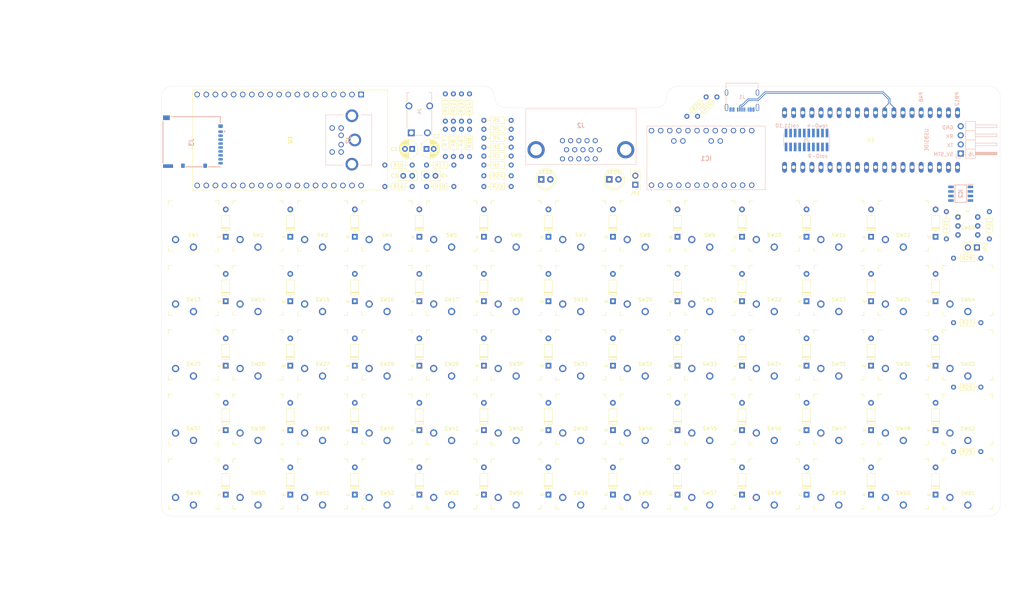
<source format=kicad_pcb>
(kicad_pcb (version 20171130) (host pcbnew "(5.1.5)-3")
  (layers (0 F.Cu signal) (31 B.Cu signal) (34 B.Paste user) (35 F.Paste user) (36 B.SilkS user) (37 F.SilkS user) (38 B.Mask user) (39 F.Mask user) (44 Edge.Cuts user))
  (net 0 "")
  (net 1 "Net-(D1-Pad1)")
  (net 2 key_col0)
  (net 3 key_col1)
  (net 4 "Net-(D2-Pad1)")
  (net 5 key_col2)
  (net 6 "Net-(D3-Pad1)")
  (net 7 key_col3)
  (net 8 "Net-(D4-Pad1)")
  (net 9 key_col4)
  (net 10 "Net-(D5-Pad1)")
  (net 11 key_col5)
  (net 12 "Net-(D6-Pad1)")
  (net 13 key_col6)
  (net 14 "Net-(D7-Pad1)")
  (net 15 key_col7)
  (net 16 "Net-(D8-Pad1)")
  (net 17 "Net-(D9-Pad1)")
  (net 18 key_col8)
  (net 19 "Net-(D10-Pad1)")
  (net 20 key_col9)
  (net 21 "Net-(D11-Pad1)")
  (net 22 key_col10)
  (net 23 "Net-(D12-Pad1)")
  (net 24 key_col11)
  (net 25 "Net-(D13-Pad1)")
  (net 26 "Net-(D14-Pad1)")
  (net 27 "Net-(D15-Pad1)")
  (net 28 "Net-(D16-Pad1)")
  (net 29 "Net-(D17-Pad1)")
  (net 30 "Net-(D18-Pad1)")
  (net 31 "Net-(D19-Pad1)")
  (net 32 "Net-(D20-Pad1)")
  (net 33 "Net-(D21-Pad1)")
  (net 34 "Net-(D22-Pad1)")
  (net 35 "Net-(D23-Pad1)")
  (net 36 "Net-(D24-Pad1)")
  (net 37 "Net-(D25-Pad1)")
  (net 38 "Net-(D26-Pad1)")
  (net 39 "Net-(D27-Pad1)")
  (net 40 "Net-(D28-Pad1)")
  (net 41 "Net-(D29-Pad1)")
  (net 42 "Net-(D30-Pad1)")
  (net 43 "Net-(D31-Pad1)")
  (net 44 "Net-(D32-Pad1)")
  (net 45 "Net-(D33-Pad1)")
  (net 46 "Net-(D34-Pad1)")
  (net 47 "Net-(D35-Pad1)")
  (net 48 "Net-(D36-Pad1)")
  (net 49 "Net-(D37-Pad1)")
  (net 50 "Net-(D38-Pad1)")
  (net 51 "Net-(D39-Pad1)")
  (net 52 "Net-(D40-Pad1)")
  (net 53 "Net-(D41-Pad1)")
  (net 54 "Net-(D42-Pad1)")
  (net 55 "Net-(D43-Pad1)")
  (net 56 "Net-(D44-Pad1)")
  (net 57 "Net-(D45-Pad1)")
  (net 58 "Net-(D46-Pad1)")
  (net 59 "Net-(D47-Pad1)")
  (net 60 "Net-(D48-Pad1)")
  (net 61 "Net-(D49-Pad1)")
  (net 62 "Net-(D50-Pad1)")
  (net 63 "Net-(D51-Pad1)")
  (net 64 "Net-(D52-Pad1)")
  (net 65 "Net-(D53-Pad1)")
  (net 66 "Net-(D54-Pad1)")
  (net 67 "Net-(D55-Pad1)")
  (net 68 "Net-(D56-Pad1)")
  (net 69 "Net-(D57-Pad1)")
  (net 70 "Net-(D58-Pad1)")
  (net 71 "Net-(D59-Pad1)")
  (net 72 "Net-(D60-Pad1)")
  (net 73 "Net-(IC1-Pad13)")
  (net 74 "Net-(J1-PadA5)")
  (net 75 "Net-(J1-PadB5)")
  (net 76 "Net-(J2-Pad3)")
  (net 77 "Net-(J2-Pad2)")
  (net 78 "Net-(J2-Pad1)")
  (net 79 key_row0)
  (net 80 key_row1)
  (net 81 key_row2)
  (net 82 key_row3)
  (net 83 key_row4)
  (net 84 VSYNC)
  (net 85 HSYNC)
  (net 86 GND)
  (net 87 "Net-(R1-Pad2)")
  (net 88 "Net-(R2-Pad2)")
  (net 89 "Net-(R3-Pad2)")
  (net 90 "Net-(R4-Pad2)")
  (net 91 "Net-(R5-Pad2)")
  (net 92 "Net-(R6-Pad2)")
  (net 93 "Net-(R7-Pad1)")
  (net 94 KBDATA)
  (net 95 KBCLK)
  (net 96 "Net-(R8-Pad1)")
  (net 97 "Net-(R9-Pad1)")
  (net 98 MOUSEDATA)
  (net 99 MOUSECLK)
  (net 100 "Net-(R10-Pad1)")
  (net 101 SD_MISO)
  (net 102 SD_MOSI)
  (net 103 SD_CS)
  (net 104 SD_CLK)
  (net 105 AUDIOOUT)
  (net 106 3V3)
  (net 107 DAC2)
  (net 108 "Net-(C1-Pad2)")
  (net 109 "Net-(C1-Pad1)")
  (net 110 "Net-(C2-Pad1)")
  (net 111 "Net-(C2-Pad2)")
  (net 112 VBUS)
  (net 113 5V_ESP)
  (net 114 STM_RX)
  (net 115 STM_TX)
  (net 116 5V_STM)
  (net 117 /D-)
  (net 118 /D+)
  (net 119 "Net-(IC2-Pad4)")
  (net 120 "Net-(IC2-Pad2)")
  (net 121 "Net-(LED1-Pad1)")
  (net 122 "Net-(LED2-Pad1)")
  (net 123 /62)
  (net 124 /61)
  (net 125 /63)
  (net 126 /64)
  (net 127 VCCKEYS)
  (net 128 STM3V3)
  (module bongorian:USB_C_Receptacle_Palconn_UTC16-G-NoSBU (layer B.Cu) (at 192 34)
    (fp_text reference J1 (at 0 -1 180) (layer B.SilkS) (effects (justify mirror)))
    (fp_text value USB_C_Receptacle_USB2.0)
    (pad S1 thru_hole oval (at -4.32 1.93 270) (size 2 0.9) (drill oval 1.7 0.6) (layers *.Cu *.Mask) (net 86 GND))
    (pad S1 thru_hole oval (at 4.32 1.93 270) (size 2 0.9) (drill oval 1.7 0.6) (layers *.Cu *.Mask) (net 86 GND))
    (pad S1 thru_hole oval (at -4.32 -2.24 270) (size 1.7 0.9) (drill oval 1.4 0.6) (layers *.Cu *.Mask) (net 86 GND))
    (pad S1 thru_hole oval (at 4.32 -2.24 270) (size 1.7 0.9) (drill oval 1.4 0.6) (layers *.Cu *.Mask) (net 86 GND))
    (pad B7 smd rect (at -0.75 2.51 180) (size 0.3 1.16) (layers B.Cu B.Paste B.Mask) (net 117 /D-))
    (pad A6 smd rect (at -0.25 2.51 180) (size 0.3 1.16) (layers B.Cu B.Paste B.Mask) (net 118 /D+))
    (pad A7 smd rect (at 0.25 2.51 180) (size 0.3 1.16) (layers B.Cu B.Paste B.Mask) (net 117 /D-))
    (pad A5 smd rect (at -1.25 2.51 180) (size 0.3 1.16) (layers B.Cu B.Paste B.Mask) (net 74 "Net-(J1-PadA5)"))
    (pad B6 smd rect (at 0.75 2.51 180) (size 0.3 1.16) (layers B.Cu B.Paste B.Mask) (net 118 /D+))
    (pad B5 smd rect (at 1.75 2.51 180) (size 0.3 1.16) (layers B.Cu B.Paste B.Mask) (net 75 "Net-(J1-PadB5)"))
    (pad "" np_thru_hole circle (at 2.89 1.45 180) (size 0.6 0.6) (drill 0.6) (layers *.Cu *.Mask))
    (pad "" np_thru_hole circle (at -2.89 1.45 180) (size 0.6 0.6) (drill 0.6) (layers *.Cu *.Mask))
    (pad A4 smd rect (at -2.4 2.51) (size 0.6 1.16) (layers B.Cu B.Paste B.Mask) (net 112 VBUS))
    (pad A1 smd rect (at -3.2 2.51) (size 0.6 1.16) (layers B.Cu B.Paste B.Mask) (net 86 GND))
    (pad B4 smd rect (at 2.4 2.51) (size 0.6 1.16) (layers B.Cu B.Paste B.Mask) (net 112 VBUS))
    (pad B1 smd rect (at 3.2 2.51) (size 0.6 1.16) (layers B.Cu B.Paste B.Mask) (net 86 GND))
  )
  (module bongorian:BluePill_nosilks (layer F.Cu) (at 228 45 180)
    (fp_text reference U1 (at 0 0) (layer F.SilkS))
    (fp_text value BluePill_1 hide)
    (fp_text user USBSIDE (at -15.5 0 90) (layer B.SilkS) (effects (justify mirror)))
    (pad 40 thru_hole oval (at -24.13 -7.62762 180) (size 1.3 3) (drill 1) (layers *.Cu *.Mask) (net 86 GND))
    (pad 1 thru_hole oval (at -24.13 7.62 180) (size 1.3 3) (drill 1) (layers *.Cu *.Mask) (net 124 /61))
    (pad 39 thru_hole oval (at -21.59 -7.62762 180) (size 1.3 3) (drill 1) (layers *.Cu *.Mask) (net 86 GND))
    (pad 2 thru_hole oval (at -21.59 7.62 180) (size 1.3 3) (drill 1) (layers *.Cu *.Mask) (net 123 /62))
    (pad 38 thru_hole oval (at -19.05 -7.62 180) (size 1.3 3) (drill 1) (layers *.Cu *.Mask) (net 128 STM3V3))
    (pad 3 thru_hole oval (at -19.05 7.61238 180) (size 1.3 3) (drill 1) (layers *.Cu *.Mask) (net 125 /63))
    (pad 37 thru_hole oval (at -16.51 -7.62 180) (size 1.3 3) (drill 1) (layers *.Cu *.Mask))
    (pad 4 thru_hole oval (at -16.51 7.62 180) (size 1.3 3) (drill 1) (layers *.Cu *.Mask) (net 126 /64))
    (pad 36 thru_hole oval (at -13.97 -7.62 180) (size 1.3 3) (drill 1) (layers *.Cu *.Mask) (net 2 key_col0))
    (pad 5 thru_hole oval (at -13.97 7.62 180) (size 1.3 3) (drill 1) (layers *.Cu *.Mask))
    (pad 35 thru_hole oval (at -11.43 -7.62 180) (size 1.3 3) (drill 1) (layers *.Cu *.Mask) (net 3 key_col1))
    (pad 6 thru_hole oval (at -11.43 7.62 180) (size 1.3 3) (drill 1) (layers *.Cu *.Mask) (net 115 STM_TX))
    (pad 34 thru_hole oval (at -8.89 -7.62 180) (size 1.3 3) (drill 1) (layers *.Cu *.Mask) (net 5 key_col2))
    (pad 7 thru_hole oval (at -8.89 7.62 180) (size 1.3 3) (drill 1) (layers *.Cu *.Mask) (net 114 STM_RX))
    (pad 33 thru_hole oval (at -6.35 -7.62 180) (size 1.3 3) (drill 1) (layers *.Cu *.Mask) (net 7 key_col3))
    (pad 8 thru_hole oval (at -6.35 7.62 180) (size 1.3 3) (drill 1) (layers *.Cu *.Mask) (net 117 /D-))
    (pad 32 thru_hole oval (at -3.81 -7.62762 180) (size 1.3 3) (drill 1) (layers *.Cu *.Mask) (net 9 key_col4))
    (pad 9 thru_hole oval (at -3.81 7.62 180) (size 1.3 3) (drill 1) (layers *.Cu *.Mask) (net 118 /D+))
    (pad 31 thru_hole oval (at -1.27 -7.62 180) (size 1.3 3) (drill 1) (layers *.Cu *.Mask) (net 11 key_col5))
    (pad 10 thru_hole oval (at -1.27 7.62 180) (size 1.3 3) (drill 1) (layers *.Cu *.Mask))
    (pad 30 thru_hole oval (at 1.27 -7.62 180) (size 1.3 3) (drill 1) (layers *.Cu *.Mask) (net 13 key_col6))
    (pad 11 thru_hole oval (at 1.27 7.62 180) (size 1.3 3) (drill 1) (layers *.Cu *.Mask) (net 79 key_row0))
    (pad 29 thru_hole oval (at 3.81 -7.62 180) (size 1.3 3) (drill 1) (layers *.Cu *.Mask) (net 15 key_col7))
    (pad 12 thru_hole oval (at 3.81 7.62 180) (size 1.3 3) (drill 1) (layers *.Cu *.Mask) (net 80 key_row1))
    (pad 28 thru_hole oval (at 6.35 -7.62 180) (size 1.3 3) (drill 1) (layers *.Cu *.Mask) (net 18 key_col8))
    (pad 13 thru_hole oval (at 6.35 7.61238 180) (size 1.3 3) (drill 1) (layers *.Cu *.Mask) (net 81 key_row2))
    (pad 27 thru_hole oval (at 8.89 -7.62 180) (size 1.3 3) (drill 1) (layers *.Cu *.Mask) (net 20 key_col9))
    (pad 14 thru_hole oval (at 8.89 7.62 180) (size 1.3 3) (drill 1) (layers *.Cu *.Mask) (net 82 key_row3))
    (pad 26 thru_hole oval (at 11.43 -7.62 180) (size 1.3 3) (drill 1) (layers *.Cu *.Mask) (net 22 key_col10))
    (pad 15 thru_hole oval (at 11.43 7.62 180) (size 1.3 3) (drill 1) (layers *.Cu *.Mask) (net 83 key_row4))
    (pad 25 thru_hole oval (at 13.97 -7.62 180) (size 1.3 3) (drill 1) (layers *.Cu *.Mask) (net 24 key_col11))
    (pad 16 thru_hole oval (at 13.97 7.62 180) (size 1.3 3) (drill 1) (layers *.Cu *.Mask))
    (pad 24 thru_hole oval (at 16.51 -7.62 180) (size 1.3 3) (drill 1) (layers *.Cu *.Mask))
    (pad 17 thru_hole oval (at 16.51 7.62 180) (size 1.3 3) (drill 1) (layers *.Cu *.Mask))
    (pad 23 thru_hole oval (at 19.05 -7.62762 180) (size 1.3 3) (drill 1) (layers *.Cu *.Mask))
    (pad 18 thru_hole oval (at 19.05 7.62 180) (size 1.3 3) (drill 1) (layers *.Cu *.Mask) (net 116 5V_STM))
    (pad 22 thru_hole oval (at 21.59 -7.62 180) (size 1.3 3) (drill 1) (layers *.Cu *.Mask))
    (pad 19 thru_hole oval (at 21.59 7.62 180) (size 1.3 3) (drill 1) (layers *.Cu *.Mask) (net 86 GND))
    (pad 21 thru_hole oval (at 24.13 -7.62 180) (size 1.3 3) (drill 1) (layers *.Cu *.Mask))
    (pad 20 thru_hole oval (at 24.13 7.62 180) (size 1.3 3) (drill 1) (layers *.Cu *.Mask))
  )
  (module bongorian:ICD15S13E6GX00LF (layer B.Cu) (at 147 41)
    (fp_text reference J2 (at 0.063 -0.019 180) (layer B.SilkS) (effects (font (size 1.27 1.27) (thickness 0.254)) (justify mirror)))
    (fp_text value ICD15S13E6GX00LF hide)
    (pad MH2 thru_hole circle (at 12.556 6.731) (size 4.8 4.8) (drill 3.2) (layers *.Cu *.Mask))
    (pad MH1 thru_hole circle (at -12.434 6.731) (size 4.8 4.8) (drill 3.2) (layers *.Cu *.Mask))
    (pad 15 thru_hole circle (at 4.06 4.191) (size 1.4 1.4) (drill 0.9) (layers *.Cu *.Mask))
    (pad 14 thru_hole circle (at 1.775 4.191) (size 1.4 1.4) (drill 0.9) (layers *.Cu *.Mask) (net 84 VSYNC))
    (pad 13 thru_hole circle (at -0.51 4.191) (size 1.4 1.4) (drill 0.9) (layers *.Cu *.Mask) (net 85 HSYNC))
    (pad 12 thru_hole circle (at -2.795 4.191) (size 1.4 1.4) (drill 0.9) (layers *.Cu *.Mask))
    (pad 11 thru_hole circle (at -5.08 4.191) (size 1.4 1.4) (drill 0.9) (layers *.Cu *.Mask))
    (pad 10 thru_hole circle (at 5.203 6.731) (size 1.4 1.4) (drill 0.9) (layers *.Cu *.Mask) (net 86 GND))
    (pad 9 thru_hole circle (at 2.918 6.731) (size 1.4 1.4) (drill 0.9) (layers *.Cu *.Mask))
    (pad 8 thru_hole circle (at 0.633 6.731) (size 1.4 1.4) (drill 0.9) (layers *.Cu *.Mask) (net 86 GND))
    (pad 7 thru_hole circle (at -1.652 6.731) (size 1.4 1.4) (drill 0.9) (layers *.Cu *.Mask) (net 86 GND))
    (pad 6 thru_hole circle (at -3.937 6.731) (size 1.4 1.4) (drill 0.9) (layers *.Cu *.Mask) (net 86 GND))
    (pad 5 thru_hole circle (at 4.06 9.271) (size 1.4 1.4) (drill 0.9) (layers *.Cu *.Mask) (net 86 GND))
    (pad 4 thru_hole circle (at 1.775 9.271) (size 1.4 1.4) (drill 0.9) (layers *.Cu *.Mask))
    (pad 3 thru_hole circle (at -0.51 9.271) (size 1.4 1.4) (drill 0.9) (layers *.Cu *.Mask) (net 76 "Net-(J2-Pad3)"))
    (pad 2 thru_hole circle (at -2.795 9.271) (size 1.4 1.4) (drill 0.9) (layers *.Cu *.Mask) (net 77 "Net-(J2-Pad2)"))
    (pad 1 thru_hole circle (at -5.08 9.271) (size 1.4 1.4) (drill 0.9) (layers *.Cu *.Mask) (net 78 "Net-(J2-Pad1)"))
  )
  (module bongorian:MODULE_ESP32-DEVKITC-32D (layer F.Cu) (at 66 45 270)
    (fp_text reference U2 (at 0 0 90) (layer F.SilkS) (effects (font (thickness 0.25))))
    (fp_text value ESP32-DEVKITC-32D)
    (pad 38 thru_hole circle (at 12.7 25.96 270) (size 1.56 1.56) (drill 1.04) (layers *.Cu *.Mask))
    (pad 37 thru_hole circle (at 12.7 23.42 270) (size 1.56 1.56) (drill 1.04) (layers *.Cu *.Mask))
    (pad 36 thru_hole circle (at 12.7 20.88 270) (size 1.56 1.56) (drill 1.04) (layers *.Cu *.Mask))
    (pad 35 thru_hole circle (at 12.7 18.34 270) (size 1.56 1.56) (drill 1.04) (layers *.Cu *.Mask) (net 84 VSYNC))
    (pad 34 thru_hole circle (at 12.7 15.8 270) (size 1.56 1.56) (drill 1.04) (layers *.Cu *.Mask))
    (pad 33 thru_hole circle (at 12.7 13.26 270) (size 1.56 1.56) (drill 1.04) (layers *.Cu *.Mask))
    (pad 32 thru_hole circle (at 12.7 10.72 270) (size 1.56 1.56) (drill 1.04) (layers *.Cu *.Mask) (net 92 "Net-(R6-Pad2)"))
    (pad 31 thru_hole circle (at 12.7 8.18 270) (size 1.56 1.56) (drill 1.04) (layers *.Cu *.Mask) (net 101 SD_MISO))
    (pad 30 thru_hole circle (at 12.7 5.64 270) (size 1.56 1.56) (drill 1.04) (layers *.Cu *.Mask) (net 102 SD_MOSI))
    (pad 29 thru_hole circle (at 12.7 3.1 270) (size 1.56 1.56) (drill 1.04) (layers *.Cu *.Mask) (net 91 "Net-(R5-Pad2)"))
    (pad 28 thru_hole circle (at 12.7 0.56 270) (size 1.56 1.56) (drill 1.04) (layers *.Cu *.Mask) (net 90 "Net-(R4-Pad2)"))
    (pad 27 thru_hole circle (at 12.7 -1.98 270) (size 1.56 1.56) (drill 1.04) (layers *.Cu *.Mask) (net 89 "Net-(R3-Pad2)"))
    (pad 26 thru_hole circle (at 12.7 -4.52 270) (size 1.56 1.56) (drill 1.04) (layers *.Cu *.Mask) (net 86 GND))
    (pad 25 thru_hole circle (at 12.7 -7.06 270) (size 1.56 1.56) (drill 1.04) (layers *.Cu *.Mask) (net 88 "Net-(R2-Pad2)"))
    (pad 24 thru_hole circle (at 12.7 -9.6 270) (size 1.56 1.56) (drill 1.04) (layers *.Cu *.Mask) (net 115 STM_TX))
    (pad 23 thru_hole circle (at 12.7 -12.14 270) (size 1.56 1.56) (drill 1.04) (layers *.Cu *.Mask) (net 114 STM_RX))
    (pad 22 thru_hole circle (at 12.7 -14.68 270) (size 1.56 1.56) (drill 1.04) (layers *.Cu *.Mask) (net 87 "Net-(R1-Pad2)"))
    (pad 21 thru_hole circle (at 12.7 -17.22 270) (size 1.56 1.56) (drill 1.04) (layers *.Cu *.Mask) (net 85 HSYNC))
    (pad 20 thru_hole circle (at 12.7 -19.76 270) (size 1.56 1.56) (drill 1.04) (layers *.Cu *.Mask) (net 86 GND))
    (pad 18 thru_hole circle (at -12.7 23.42 270) (size 1.56 1.56) (drill 1.04) (layers *.Cu *.Mask))
    (pad 17 thru_hole circle (at -12.7 20.88 270) (size 1.56 1.56) (drill 1.04) (layers *.Cu *.Mask))
    (pad 16 thru_hole circle (at -12.7 18.34 270) (size 1.56 1.56) (drill 1.04) (layers *.Cu *.Mask))
    (pad 15 thru_hole circle (at -12.7 15.8 270) (size 1.56 1.56) (drill 1.04) (layers *.Cu *.Mask) (net 103 SD_CS))
    (pad 14 thru_hole circle (at -12.7 13.26 270) (size 1.56 1.56) (drill 1.04) (layers *.Cu *.Mask) (net 86 GND))
    (pad 13 thru_hole circle (at -12.7 10.72 270) (size 1.56 1.56) (drill 1.04) (layers *.Cu *.Mask) (net 97 "Net-(R9-Pad1)"))
    (pad 12 thru_hole circle (at -12.7 8.18 270) (size 1.56 1.56) (drill 1.04) (layers *.Cu *.Mask) (net 104 SD_CLK))
    (pad 11 thru_hole circle (at -12.7 5.64 270) (size 1.56 1.56) (drill 1.04) (layers *.Cu *.Mask) (net 100 "Net-(R10-Pad1)"))
    (pad 10 thru_hole circle (at -12.7 3.1 270) (size 1.56 1.56) (drill 1.04) (layers *.Cu *.Mask) (net 107 DAC2))
    (pad 9 thru_hole circle (at -12.7 0.56 270) (size 1.56 1.56) (drill 1.04) (layers *.Cu *.Mask) (net 105 AUDIOOUT))
    (pad 8 thru_hole circle (at -12.7 -1.98 270) (size 1.56 1.56) (drill 1.04) (layers *.Cu *.Mask) (net 96 "Net-(R8-Pad1)"))
    (pad 7 thru_hole circle (at -12.7 -4.52 270) (size 1.56 1.56) (drill 1.04) (layers *.Cu *.Mask) (net 93 "Net-(R7-Pad1)"))
    (pad 6 thru_hole circle (at -12.7 -7.06 270) (size 1.56 1.56) (drill 1.04) (layers *.Cu *.Mask))
    (pad 5 thru_hole circle (at -12.7 -9.6 270) (size 1.56 1.56) (drill 1.04) (layers *.Cu *.Mask))
    (pad 4 thru_hole circle (at -12.7 -12.14 270) (size 1.56 1.56) (drill 1.04) (layers *.Cu *.Mask))
    (pad 3 thru_hole circle (at -12.7 -14.68 270) (size 1.56 1.56) (drill 1.04) (layers *.Cu *.Mask))
    (pad 19 thru_hole circle (at -12.7 25.96 270) (size 1.56 1.56) (drill 1.04) (layers *.Cu *.Mask) (net 113 5V_ESP))
    (pad 2 thru_hole circle (at -12.7 -17.22 270) (size 1.56 1.56) (drill 1.04) (layers *.Cu *.Mask))
    (pad 1 thru_hole rect (at -12.7 -19.76 270) (size 1.56 1.56) (drill 1.04) (layers *.Cu *.Mask) (net 106 3V3))
  )
  (module bongorian:DM3AT-SF-PEJM5_1 (layer B.Cu) (at 46.5 38.5 90)
    (fp_text reference J3 (at -7.179 -8.049 -90) (layer B.SilkS) (effects (font (size 1.27 1.27) (thickness 0.254)) (justify mirror)))
    (fp_text value DM3AT-SF-PEJM5 hide)
    (pad 14 smd rect (at -0.291 -15.043 90) (size 1.3 1.9) (layers B.Cu B.Paste B.Mask))
    (pad 13 smd rect (at -13.791 -14.593 90) (size 1 2.8) (layers B.Cu B.Paste B.Mask))
    (pad 12 smd rect (at -13.691 -4.243) (size 1 1.2) (layers B.Cu B.Paste B.Mask))
    (pad 11 smd rect (at -2.641 0.057 90) (size 1 1.2) (layers B.Cu B.Paste B.Mask))
    (pad 10 smd rect (at -12.991 0.057 90) (size 0.7 1.2) (layers B.Cu B.Paste B.Mask))
    (pad 9 smd rect (at -13.691 -10.443) (size 1 1.2) (layers B.Cu B.Paste B.Mask))
    (pad 8 smd rect (at -11.891 0.057 90) (size 0.7 1.2) (layers B.Cu B.Paste B.Mask))
    (pad 7 smd rect (at -10.791 0.057 90) (size 0.7 1.2) (layers B.Cu B.Paste B.Mask) (net 101 SD_MISO))
    (pad 6 smd rect (at -9.691 0.057 90) (size 0.7 1.2) (layers B.Cu B.Paste B.Mask) (net 86 GND))
    (pad 5 smd rect (at -8.591 0.057 90) (size 0.7 1.2) (layers B.Cu B.Paste B.Mask) (net 104 SD_CLK))
    (pad 4 smd rect (at -7.491 0.057 90) (size 0.7 1.2) (layers B.Cu B.Paste B.Mask) (net 106 3V3))
    (pad 3 smd rect (at -6.391 0.057 90) (size 0.7 1.2) (layers B.Cu B.Paste B.Mask) (net 102 SD_MOSI))
    (pad 2 smd rect (at -5.291 0.057 90) (size 0.7 1.2) (layers B.Cu B.Paste B.Mask) (net 103 SD_CS))
    (pad 1 smd rect (at -4.191 0.057 90) (size 0.7 1.2) (layers B.Cu B.Paste B.Mask))
  )
  (module Resistor_THT:R_Axial_DIN0204_L3.6mm_D1.6mm_P7.62mm_Horizontal (layer F.Cu) (at 120 52)
    (fp_text reference R1 (at 3.535534 0) (layer F.SilkS))
    (fp_text value 400)
    (pad 2 thru_hole oval (at 7.62 0) (size 1.4 1.4) (drill 0.7) (layers *.Cu *.Mask) (net 87 "Net-(R1-Pad2)"))
    (pad 1 thru_hole circle (at 0 0) (size 1.4 1.4) (drill 0.7) (layers *.Cu *.Mask) (net 78 "Net-(J2-Pad1)"))
  )
  (module Resistor_THT:R_Axial_DIN0204_L3.6mm_D1.6mm_P7.62mm_Horizontal (layer F.Cu) (at 120 49.5)
    (fp_text reference R2 (at 3.535534 0) (layer F.SilkS))
    (fp_text value 800)
    (pad 1 thru_hole circle (at 0 0) (size 1.4 1.4) (drill 0.7) (layers *.Cu *.Mask) (net 78 "Net-(J2-Pad1)"))
    (pad 2 thru_hole oval (at 7.62 0) (size 1.4 1.4) (drill 0.7) (layers *.Cu *.Mask) (net 88 "Net-(R2-Pad2)"))
  )
  (module Resistor_THT:R_Axial_DIN0204_L3.6mm_D1.6mm_P7.62mm_Horizontal (layer F.Cu) (at 120 47)
    (fp_text reference R3 (at 3.535534 0) (layer F.SilkS))
    (fp_text value 400)
    (pad 2 thru_hole oval (at 7.62 0) (size 1.4 1.4) (drill 0.7) (layers *.Cu *.Mask) (net 89 "Net-(R3-Pad2)"))
    (pad 1 thru_hole circle (at 0 0) (size 1.4 1.4) (drill 0.7) (layers *.Cu *.Mask) (net 77 "Net-(J2-Pad2)"))
  )
  (module Resistor_THT:R_Axial_DIN0204_L3.6mm_D1.6mm_P7.62mm_Horizontal (layer F.Cu) (at 120 44.5)
    (fp_text reference R4 (at 3.535534 0) (layer F.SilkS))
    (fp_text value 800)
    (pad 1 thru_hole circle (at 0 0) (size 1.4 1.4) (drill 0.7) (layers *.Cu *.Mask) (net 77 "Net-(J2-Pad2)"))
    (pad 2 thru_hole oval (at 7.62 0) (size 1.4 1.4) (drill 0.7) (layers *.Cu *.Mask) (net 90 "Net-(R4-Pad2)"))
  )
  (module Resistor_THT:R_Axial_DIN0204_L3.6mm_D1.6mm_P7.62mm_Horizontal (layer F.Cu) (at 120 42)
    (fp_text reference R5 (at 3.535534 0) (layer F.SilkS))
    (fp_text value 400)
    (pad 2 thru_hole oval (at 7.62 0) (size 1.4 1.4) (drill 0.7) (layers *.Cu *.Mask) (net 91 "Net-(R5-Pad2)"))
    (pad 1 thru_hole circle (at 0 0) (size 1.4 1.4) (drill 0.7) (layers *.Cu *.Mask) (net 76 "Net-(J2-Pad3)"))
  )
  (module Resistor_THT:R_Axial_DIN0204_L3.6mm_D1.6mm_P7.62mm_Horizontal (layer F.Cu) (at 120 39.5)
    (fp_text reference R6 (at 3.535534 0) (layer F.SilkS))
    (fp_text value 800)
    (pad 1 thru_hole circle (at 0 0) (size 1.4 1.4) (drill 0.7) (layers *.Cu *.Mask) (net 76 "Net-(J2-Pad3)"))
    (pad 2 thru_hole oval (at 7.62 0) (size 1.4 1.4) (drill 0.7) (layers *.Cu *.Mask) (net 92 "Net-(R6-Pad2)"))
  )
  (module Resistor_THT:R_Axial_DIN0204_L3.6mm_D1.6mm_P7.62mm_Horizontal (layer F.Cu) (at 109.25 49.62 90)
    (fp_text reference R7 (at 3.81 0 90) (layer F.SilkS))
    (fp_text value 120)
    (pad 1 thru_hole circle (at 0 0 90) (size 1.4 1.4) (drill 0.7) (layers *.Cu *.Mask) (net 93 "Net-(R7-Pad1)"))
    (pad 2 thru_hole oval (at 7.62 0 90) (size 1.4 1.4) (drill 0.7) (layers *.Cu *.Mask) (net 94 KBDATA))
  )
  (module Resistor_THT:R_Axial_DIN0204_L3.6mm_D1.6mm_P7.62mm_Horizontal (layer F.Cu) (at 111.5 49.62 90)
    (fp_text reference R8 (at 3.81 0 90) (layer F.SilkS))
    (fp_text value 120)
    (pad 2 thru_hole oval (at 7.62 0 90) (size 1.4 1.4) (drill 0.7) (layers *.Cu *.Mask) (net 95 KBCLK))
    (pad 1 thru_hole circle (at 0 0 90) (size 1.4 1.4) (drill 0.7) (layers *.Cu *.Mask) (net 96 "Net-(R8-Pad1)"))
  )
  (module Resistor_THT:R_Axial_DIN0204_L3.6mm_D1.6mm_P7.62mm_Horizontal (layer F.Cu) (at 113.75 49.62 90)
    (fp_text reference R9 (at 3.81 0 90) (layer F.SilkS))
    (fp_text value 120)
    (pad 1 thru_hole circle (at 0 0 90) (size 1.4 1.4) (drill 0.7) (layers *.Cu *.Mask) (net 97 "Net-(R9-Pad1)"))
    (pad 2 thru_hole oval (at 7.62 0 90) (size 1.4 1.4) (drill 0.7) (layers *.Cu *.Mask) (net 98 MOUSEDATA))
  )
  (module Resistor_THT:R_Axial_DIN0204_L3.6mm_D1.6mm_P7.62mm_Horizontal (layer F.Cu) (at 116 49.62 90)
    (fp_text reference R10 (at 3.81 0 90) (layer F.SilkS))
    (fp_text value 120)
    (pad 2 thru_hole oval (at 7.62 0 90) (size 1.4 1.4) (drill 0.7) (layers *.Cu *.Mask) (net 99 MOUSECLK))
    (pad 1 thru_hole circle (at 0 0 90) (size 1.4 1.4) (drill 0.7) (layers *.Cu *.Mask) (net 100 "Net-(R10-Pad1)"))
  )
  (module Resistor_THT:R_Axial_DIN0204_L3.6mm_D1.6mm_P7.62mm_Horizontal (layer F.Cu) (at 109.25 39.75 90)
    (fp_text reference R11 (at 3.81 0 90) (layer F.SilkS))
    (fp_text value 2k)
    (pad 1 thru_hole circle (at 0 0 90) (size 1.4 1.4) (drill 0.7) (layers *.Cu *.Mask) (net 94 KBDATA))
    (pad 2 thru_hole oval (at 7.62 0 90) (size 1.4 1.4) (drill 0.7) (layers *.Cu *.Mask) (net 113 5V_ESP))
  )
  (module Resistor_THT:R_Axial_DIN0204_L3.6mm_D1.6mm_P7.62mm_Horizontal (layer F.Cu) (at 111.5 39.75 90)
    (fp_text reference R12 (at 3.81 0 90) (layer F.SilkS))
    (fp_text value 2k)
    (pad 2 thru_hole oval (at 7.62 0 90) (size 1.4 1.4) (drill 0.7) (layers *.Cu *.Mask) (net 113 5V_ESP))
    (pad 1 thru_hole circle (at 0 0 90) (size 1.4 1.4) (drill 0.7) (layers *.Cu *.Mask) (net 95 KBCLK))
  )
  (module Resistor_THT:R_Axial_DIN0204_L3.6mm_D1.6mm_P7.62mm_Horizontal (layer F.Cu) (at 113.75 32.13 270)
    (fp_text reference R13 (at 3.81 0 90) (layer F.SilkS))
    (fp_text value 2k)
    (pad 1 thru_hole circle (at 0 0 270) (size 1.4 1.4) (drill 0.7) (layers *.Cu *.Mask) (net 113 5V_ESP))
    (pad 2 thru_hole oval (at 7.62 0 270) (size 1.4 1.4) (drill 0.7) (layers *.Cu *.Mask) (net 98 MOUSEDATA))
  )
  (module Resistor_THT:R_Axial_DIN0204_L3.6mm_D1.6mm_P7.62mm_Horizontal (layer F.Cu) (at 116 32.13 270)
    (fp_text reference R14 (at 3.81 0 90) (layer F.SilkS))
    (fp_text value 2k)
    (pad 2 thru_hole oval (at 7.62 0 270) (size 1.4 1.4) (drill 0.7) (layers *.Cu *.Mask) (net 99 MOUSECLK))
    (pad 1 thru_hole circle (at 0 0 270) (size 1.4 1.4) (drill 0.7) (layers *.Cu *.Mask) (net 113 5V_ESP))
  )
  (module Capacitor_THT:CP_Radial_D5.0mm_P2.00mm (layer F.Cu) (at 100 47.5 180)
    (fp_text reference C1 (at 5 0) (layer F.SilkS))
    (fp_text value 10u)
    (pad 2 thru_hole circle (at 2 0 180) (size 1.6 1.6) (drill 0.8) (layers *.Cu *.Mask) (net 108 "Net-(C1-Pad2)"))
    (pad 1 thru_hole rect (at 0 0 180) (size 1.6 1.6) (drill 0.8) (layers *.Cu *.Mask) (net 109 "Net-(C1-Pad1)"))
  )
  (module Capacitor_THT:CP_Radial_D5.0mm_P2.00mm (layer F.Cu) (at 104 47.5)
    (fp_text reference C2 (at 2.75 -3.5) (layer F.SilkS))
    (fp_text value 10u)
    (pad 1 thru_hole rect (at 0 0) (size 1.6 1.6) (drill 0.8) (layers *.Cu *.Mask) (net 110 "Net-(C2-Pad1)"))
    (pad 2 thru_hole circle (at 2 0) (size 1.6 1.6) (drill 0.8) (layers *.Cu *.Mask) (net 111 "Net-(C2-Pad2)"))
  )
  (module Capacitor_THT:C_Disc_D5.0mm_W2.5mm_P2.50mm (layer F.Cu) (at 100 55 180)
    (fp_text reference C3 (at 5 0) (layer F.SilkS))
    (fp_text value 100n)
    (pad 1 thru_hole circle (at 0 0 180) (size 1.6 1.6) (drill 0.8) (layers *.Cu *.Mask) (net 109 "Net-(C1-Pad1)"))
    (pad 2 thru_hole circle (at 2.5 0 180) (size 1.6 1.6) (drill 0.8) (layers *.Cu *.Mask) (net 86 GND))
  )
  (module Capacitor_THT:C_Disc_D5.0mm_W2.5mm_P2.50mm (layer F.Cu) (at 104 55)
    (fp_text reference C4 (at 5 0) (layer F.SilkS))
    (fp_text value 100n)
    (pad 2 thru_hole circle (at 2.5 0) (size 1.6 1.6) (drill 0.8) (layers *.Cu *.Mask) (net 86 GND))
    (pad 1 thru_hole circle (at 0 0) (size 1.6 1.6) (drill 0.8) (layers *.Cu *.Mask) (net 110 "Net-(C2-Pad1)"))
  )
  (module Connector_Audio:Jack_3.5mm_Switronic_ST-005-G_horizontal (layer B.Cu) (at 102 36.5 270)
    (fp_text reference J4 (at 0.5 0 270) (layer B.SilkS) (effects (justify mirror)))
    (fp_text value AudioJack3)
    (pad T thru_hole circle (at -1 2.9 270) (size 1.9 1.9) (drill 1.2) (layers *.Cu *.Mask) (net 108 "Net-(C1-Pad2)"))
    (pad T thru_hole circle (at -1 -2.9 270) (size 1.9 1.9) (drill 1.2) (layers *.Cu *.Mask) (net 108 "Net-(C1-Pad2)"))
    (pad R thru_hole rect (at 6.5 2.25 270) (size 1.9 1.9) (drill 1.2) (layers *.Cu *.Mask) (net 111 "Net-(C2-Pad2)"))
    (pad S thru_hole circle (at 6.5 -2.25 270) (size 1.9 1.9) (drill 1.2) (layers *.Cu *.Mask) (net 86 GND))
    (pad "" np_thru_hole circle (at 2.5 -2.5 270) (size 1 1) (drill 1) (layers *.Cu *.Mask))
    (pad "" np_thru_hole circle (at 2.5 2.5 270) (size 1 1) (drill 1) (layers *.Cu *.Mask))
  )
  (module Resistor_THT:R_Axial_DIN0204_L3.6mm_D1.6mm_P7.62mm_Horizontal (layer F.Cu) (at 92.38 52)
    (fp_text reference R15 (at 3.81 0) (layer F.SilkS))
    (fp_text value 150)
    (pad 1 thru_hole circle (at 0 0) (size 1.4 1.4) (drill 0.7) (layers *.Cu *.Mask) (net 86 GND))
    (pad 2 thru_hole oval (at 7.62 0) (size 1.4 1.4) (drill 0.7) (layers *.Cu *.Mask) (net 109 "Net-(C1-Pad1)"))
  )
  (module Resistor_THT:R_Axial_DIN0204_L3.6mm_D1.6mm_P7.62mm_Horizontal (layer F.Cu) (at 92.38 58)
    (fp_text reference R16 (at 3.81 0) (layer F.SilkS))
    (fp_text value 270)
    (pad 1 thru_hole circle (at 0 0) (size 1.4 1.4) (drill 0.7) (layers *.Cu *.Mask) (net 105 AUDIOOUT))
    (pad 2 thru_hole oval (at 7.62 0) (size 1.4 1.4) (drill 0.7) (layers *.Cu *.Mask) (net 109 "Net-(C1-Pad1)"))
  )
  (module Resistor_THT:R_Axial_DIN0204_L3.6mm_D1.6mm_P7.62mm_Horizontal (layer F.Cu) (at 111.62 52 180)
    (fp_text reference R17 (at 3.81 0) (layer F.SilkS))
    (fp_text value 150)
    (pad 2 thru_hole oval (at 7.62 0 180) (size 1.4 1.4) (drill 0.7) (layers *.Cu *.Mask) (net 110 "Net-(C2-Pad1)"))
    (pad 1 thru_hole circle (at 0 0 180) (size 1.4 1.4) (drill 0.7) (layers *.Cu *.Mask) (net 86 GND))
  )
  (module Resistor_THT:R_Axial_DIN0204_L3.6mm_D1.6mm_P7.62mm_Horizontal (layer F.Cu) (at 111.62 58 180)
    (fp_text reference R18 (at 3.81 0) (layer F.SilkS))
    (fp_text value 270)
    (pad 1 thru_hole circle (at 0 0 180) (size 1.4 1.4) (drill 0.7) (layers *.Cu *.Mask) (net 107 DAC2))
    (pad 2 thru_hole oval (at 7.62 0 180) (size 1.4 1.4) (drill 0.7) (layers *.Cu *.Mask) (net 110 "Net-(C2-Pad1)"))
  )
  (module Resistor_THT:R_Axial_DIN0204_L3.6mm_D1.6mm_P7.62mm_Horizontal (layer F.Cu) (at 179.611846 38.388154 45)
    (fp_text reference R19 (at 3.81 0 45) (layer F.SilkS))
    (fp_text value 5.1k)
    (pad 2 thru_hole oval (at 7.62 0 45) (size 1.4 1.4) (drill 0.7) (layers *.Cu *.Mask) (net 86 GND))
    (pad 1 thru_hole circle (at 0 0 45) (size 1.4 1.4) (drill 0.7) (layers *.Cu *.Mask) (net 75 "Net-(J1-PadB5)"))
  )
  (module Resistor_THT:R_Axial_DIN0204_L3.6mm_D1.6mm_P7.62mm_Horizontal (layer F.Cu) (at 182 33 225)
    (fp_text reference R20 (at 3.81 0 45) (layer F.SilkS))
    (fp_text value 5.1k)
    (pad 1 thru_hole circle (at 0 0 225) (size 1.4 1.4) (drill 0.7) (layers *.Cu *.Mask) (net 86 GND))
    (pad 2 thru_hole oval (at 7.62 0 225) (size 1.4 1.4) (drill 0.7) (layers *.Cu *.Mask) (net 74 "Net-(J1-PadA5)"))
  )
  (module bongorian:ARDPROMINI5_NOHEAD (layer B.Cu) (at 182 50)
    (fp_text reference IC1 (at 0 0.18) (layer B.SilkS) (effects (font (size 1.27 1.27) (thickness 0.254)) (justify mirror)))
    (fp_text value ARD-PRO-MINI-5 hide)
    (pad 28 thru_hole circle (at 3.95 -4.72) (size 1.5 1.5) (drill 1) (layers *.Cu *.Mask) (net 94 KBDATA))
    (pad 27 thru_hole circle (at 1.41 -4.72) (size 1.5 1.5) (drill 1) (layers *.Cu *.Mask) (net 95 KBCLK))
    (pad 26 thru_hole circle (at -6.48 -4.72) (size 1.5 1.5) (drill 1) (layers *.Cu *.Mask) (net 123 /62))
    (pad 25 thru_hole circle (at -9.02 -4.72) (size 1.5 1.5) (drill 1) (layers *.Cu *.Mask) (net 124 /61))
    (pad 24 thru_hole circle (at -15.24 -7.62) (size 1.5 1.5) (drill 1) (layers *.Cu *.Mask) (net 22 key_col10))
    (pad 23 thru_hole circle (at -12.7 -7.62) (size 1.5 1.5) (drill 1) (layers *.Cu *.Mask) (net 24 key_col11))
    (pad 22 thru_hole circle (at -10.16 -7.62) (size 1.5 1.5) (drill 1) (layers *.Cu *.Mask) (net 125 /63))
    (pad 21 thru_hole circle (at -7.62 -7.62) (size 1.5 1.5) (drill 1) (layers *.Cu *.Mask) (net 126 /64))
    (pad 20 thru_hole circle (at -5.08 -7.62) (size 1.5 1.5) (drill 1) (layers *.Cu *.Mask) (net 79 key_row0))
    (pad 19 thru_hole circle (at -2.54 -7.62) (size 1.5 1.5) (drill 1) (layers *.Cu *.Mask) (net 80 key_row1))
    (pad 18 thru_hole circle (at 0 -7.62) (size 1.5 1.5) (drill 1) (layers *.Cu *.Mask) (net 81 key_row2))
    (pad 17 thru_hole circle (at 2.54 -7.62) (size 1.5 1.5) (drill 1) (layers *.Cu *.Mask) (net 82 key_row3))
    (pad 16 thru_hole circle (at 5.08 -7.62) (size 1.5 1.5) (drill 1) (layers *.Cu *.Mask))
    (pad 15 thru_hole circle (at 7.62 -7.62) (size 1.5 1.5) (drill 1) (layers *.Cu *.Mask))
    (pad 14 thru_hole circle (at 10.16 -7.62) (size 1.5 1.5) (drill 1) (layers *.Cu *.Mask) (net 86 GND))
    (pad 13 thru_hole circle (at 12.7 -7.62) (size 1.5 1.5) (drill 1) (layers *.Cu *.Mask) (net 73 "Net-(IC1-Pad13)"))
    (pad 12 thru_hole circle (at 12.7 7.62) (size 1.5 1.5) (drill 1) (layers *.Cu *.Mask) (net 3 key_col1))
    (pad 11 thru_hole circle (at 10.16 7.62) (size 1.5 1.5) (drill 1) (layers *.Cu *.Mask) (net 2 key_col0))
    (pad 10 thru_hole circle (at 7.62 7.62) (size 1.5 1.5) (drill 1) (layers *.Cu *.Mask))
    (pad 9 thru_hole circle (at 5.08 7.62) (size 1.5 1.5) (drill 1) (layers *.Cu *.Mask) (net 86 GND))
    (pad 8 thru_hole circle (at 2.54 7.62) (size 1.5 1.5) (drill 1) (layers *.Cu *.Mask) (net 5 key_col2))
    (pad 7 thru_hole circle (at 0 7.62) (size 1.5 1.5) (drill 1) (layers *.Cu *.Mask) (net 7 key_col3))
    (pad 6 thru_hole circle (at -2.54 7.62) (size 1.5 1.5) (drill 1) (layers *.Cu *.Mask) (net 9 key_col4))
    (pad 5 thru_hole circle (at -5.08 7.62) (size 1.5 1.5) (drill 1) (layers *.Cu *.Mask) (net 11 key_col5))
    (pad 4 thru_hole circle (at -7.62 7.62) (size 1.5 1.5) (drill 1) (layers *.Cu *.Mask) (net 13 key_col6))
    (pad 3 thru_hole circle (at -10.16 7.62) (size 1.5 1.5) (drill 1) (layers *.Cu *.Mask) (net 15 key_col7))
    (pad 2 thru_hole circle (at -12.7 7.62) (size 1.5 1.5) (drill 1) (layers *.Cu *.Mask) (net 18 key_col8))
    (pad 1 thru_hole circle (at -15.24 7.62) (size 1.5 1.5) (drill 1) (layers *.Cu *.Mask) (net 20 key_col9))
  )
  (module Connector_PinHeader_1.27mm:PinHeader_2x10_P1.27mm_Vertical_SMD (layer B.Cu) (at 210 45 90)
    (fp_text reference J5 (at 0 0 180) (layer B.SilkS) (effects (justify mirror)))
    (fp_text value KEYMATRIX_OUT)
    (pad 1 smd rect (at -1.95 5.715 90) (size 2.4 0.74) (layers B.Cu B.Paste B.Mask) (net 2 key_col0))
    (pad 2 smd rect (at 1.95 5.715 90) (size 2.4 0.74) (layers B.Cu B.Paste B.Mask) (net 79 key_row0))
    (pad 3 smd rect (at -1.95 4.445 90) (size 2.4 0.74) (layers B.Cu B.Paste B.Mask) (net 3 key_col1))
    (pad 4 smd rect (at 1.95 4.445 90) (size 2.4 0.74) (layers B.Cu B.Paste B.Mask) (net 80 key_row1))
    (pad 5 smd rect (at -1.95 3.175 90) (size 2.4 0.74) (layers B.Cu B.Paste B.Mask) (net 5 key_col2))
    (pad 6 smd rect (at 1.95 3.175 90) (size 2.4 0.74) (layers B.Cu B.Paste B.Mask) (net 81 key_row2))
    (pad 7 smd rect (at -1.95 1.905 90) (size 2.4 0.74) (layers B.Cu B.Paste B.Mask) (net 7 key_col3))
    (pad 8 smd rect (at 1.95 1.905 90) (size 2.4 0.74) (layers B.Cu B.Paste B.Mask) (net 82 key_row3))
    (pad 9 smd rect (at -1.95 0.635 90) (size 2.4 0.74) (layers B.Cu B.Paste B.Mask) (net 9 key_col4))
    (pad 10 smd rect (at 1.95 0.635 90) (size 2.4 0.74) (layers B.Cu B.Paste B.Mask) (net 83 key_row4))
    (pad 11 smd rect (at -1.95 -0.635 90) (size 2.4 0.74) (layers B.Cu B.Paste B.Mask) (net 11 key_col5))
    (pad 12 smd rect (at 1.95 -0.635 90) (size 2.4 0.74) (layers B.Cu B.Paste B.Mask))
    (pad 13 smd rect (at -1.95 -1.905 90) (size 2.4 0.74) (layers B.Cu B.Paste B.Mask) (net 13 key_col6))
    (pad 14 smd rect (at 1.95 -1.905 90) (size 2.4 0.74) (layers B.Cu B.Paste B.Mask))
    (pad 15 smd rect (at -1.95 -3.175 90) (size 2.4 0.74) (layers B.Cu B.Paste B.Mask) (net 15 key_col7))
    (pad 16 smd rect (at 1.95 -3.175 90) (size 2.4 0.74) (layers B.Cu B.Paste B.Mask))
    (pad 17 smd rect (at -1.95 -4.445 90) (size 2.4 0.74) (layers B.Cu B.Paste B.Mask) (net 18 key_col8))
    (pad 18 smd rect (at 1.95 -4.445 90) (size 2.4 0.74) (layers B.Cu B.Paste B.Mask) (net 24 key_col11))
    (pad 19 smd rect (at -1.95 -5.715 90) (size 2.4 0.74) (layers B.Cu B.Paste B.Mask) (net 20 key_col9))
    (pad 20 smd rect (at 1.95 -5.715 90) (size 2.4 0.74) (layers B.Cu B.Paste B.Mask) (net 22 key_col10))
  )
  (module Connector_PinHeader_2.54mm:PinHeader_1x04_P2.54mm_Horizontal (layer B.Cu) (at 253 48.781)
    (fp_text reference J6 (at 3 0.219) (layer B.SilkS) (effects (justify mirror)))
    (fp_text value STM_UART)
    (pad 1 thru_hole rect (at 0 0) (size 1.7 1.7) (drill 1) (layers *.Cu *.Mask) (net 116 5V_STM))
    (pad 2 thru_hole oval (at 0 -2.54) (size 1.7 1.7) (drill 1) (layers *.Cu *.Mask) (net 115 STM_TX))
    (pad 3 thru_hole oval (at 0 -5.08) (size 1.7 1.7) (drill 1) (layers *.Cu *.Mask) (net 114 STM_RX))
    (pad 4 thru_hole oval (at 0 -7.62) (size 1.7 1.7) (drill 1) (layers *.Cu *.Mask) (net 86 GND))
  )
  (module Connector_PinHeader_2.54mm:PinHeader_1x02_P2.54mm_Vertical (layer F.Cu) (at 162.25 57.5 180)
    (fp_text reference JP1 (at 0 -2.33) (layer F.SilkS))
    (fp_text value ARDVCC)
    (pad 1 thru_hole rect (at 0 0 180) (size 1.7 1.7) (drill 1) (layers *.Cu *.Mask) (net 113 5V_ESP))
    (pad 2 thru_hole oval (at 0 2.54 180) (size 1.7 1.7) (drill 1) (layers *.Cu *.Mask) (net 73 "Net-(IC1-Pad13)"))
  )
  (module bongorian:FDS4935A (layer B.Cu) (at 253 60 180)
    (fp_text reference IC2 (at 0 0 270) (layer B.SilkS) (effects (font (thickness 0.25)) (justify mirror)))
    (fp_text value FDS4935A hide)
    (pad 8 smd rect (at 2.712 1.905 90) (size 0.7 1.525) (layers B.Cu B.Paste B.Mask) (net 113 5V_ESP))
    (pad 7 smd rect (at 2.712 0.635 90) (size 0.7 1.525) (layers B.Cu B.Paste B.Mask) (net 113 5V_ESP))
    (pad 6 smd rect (at 2.712 -0.635 90) (size 0.7 1.525) (layers B.Cu B.Paste B.Mask) (net 116 5V_STM))
    (pad 5 smd rect (at 2.712 -1.905 90) (size 0.7 1.525) (layers B.Cu B.Paste B.Mask) (net 116 5V_STM))
    (pad 4 smd rect (at -2.712 -1.905 90) (size 0.7 1.525) (layers B.Cu B.Paste B.Mask) (net 119 "Net-(IC2-Pad4)"))
    (pad 3 smd rect (at -2.712 -0.635 90) (size 0.7 1.525) (layers B.Cu B.Paste B.Mask) (net 112 VBUS))
    (pad 2 smd rect (at -2.712 0.635 90) (size 0.7 1.525) (layers B.Cu B.Paste B.Mask) (net 120 "Net-(IC2-Pad2)"))
    (pad 1 smd rect (at -2.712 1.905 90) (size 0.7 1.525) (layers B.Cu B.Paste B.Mask) (net 112 VBUS))
  )
  (module bongorian:57492651 (layer B.Cu) (at 80.19 43.7 90)
    (fp_text reference J7 (at -1.3 2.095 -90) (layer B.SilkS) (effects (font (size 1.27 1.27) (thickness 0.254)) (justify mirror)))
    (fp_text value "PS/2 MOUSE" hide)
    (pad 9 thru_hole circle (at 5.46 3 90) (size 3.555 3.555) (drill 2.37) (layers *.Cu *.Mask))
    (pad 8 thru_hole circle (at -8.06 3 90) (size 3.555 3.555) (drill 2.37) (layers *.Cu *.Mask))
    (pad 7 thru_hole circle (at -1.3 3.81 90) (size 3.555 3.555) (drill 2.37) (layers *.Cu *.Mask))
    (pad 6 thru_hole circle (at -4.65 -2.49 90) (size 1.509 1.509) (drill 0.97) (layers *.Cu *.Mask))
    (pad 5 thru_hole circle (at 2.05 -2.49 90) (size 1.509 1.509) (drill 0.97) (layers *.Cu *.Mask) (net 99 MOUSECLK))
    (pad 4 thru_hole circle (at -4.65 0 90) (size 1.509 1.509) (drill 0.97) (layers *.Cu *.Mask) (net 113 5V_ESP))
    (pad 3 thru_hole circle (at 2.05 0 90) (size 1.509 1.509) (drill 0.97) (layers *.Cu *.Mask) (net 86 GND))
    (pad 2 thru_hole circle (at -2.6 0 90) (size 1.509 1.509) (drill 0.97) (layers *.Cu *.Mask))
    (pad 1 thru_hole circle (at 0 0 90) (size 1.509 1.509) (drill 0.97) (layers *.Cu *.Mask) (net 98 MOUSEDATA))
  )
  (module bongorian:SW_PG1350_inname (layer F.Cu) (at 39 69)
    (fp_text reference SW1 (at 0 2.54) (layer F.SilkS))
    (fp_text value SW_Push)
    (pad "" np_thru_hole circle (at -5.5 0) (size 1.7018 1.7018) (drill 1.7018) (layers *.Cu *.Mask))
    (pad "" np_thru_hole circle (at 5.5 0) (size 1.7018 1.7018) (drill 1.7018) (layers *.Cu *.Mask))
    (pad "" np_thru_hole circle (at 5.22 -4.2) (size 0.9906 0.9906) (drill 0.9906) (layers *.Cu *.Mask))
    (pad 1 thru_hole circle (at 0 5.9) (size 2.032 2.032) (drill 1.27) (layers *.Cu *.Mask) (net 79 key_row0))
    (pad 2 thru_hole circle (at -5 3.8) (size 2.032 2.032) (drill 1.27) (layers *.Cu *.Mask) (net 1 "Net-(D1-Pad1)"))
    (pad "" np_thru_hole circle (at 0 0) (size 3.429 3.429) (drill 3.429) (layers *.Cu *.Mask))
  )
  (module bongorian:SW_PG1350_inname (layer F.Cu) (at 57 69)
    (fp_text reference SW2 (at 0 2.54) (layer F.SilkS))
    (fp_text value SW_Push)
    (pad "" np_thru_hole circle (at -5.5 0) (size 1.7018 1.7018) (drill 1.7018) (layers *.Cu *.Mask))
    (pad "" np_thru_hole circle (at 5.5 0) (size 1.7018 1.7018) (drill 1.7018) (layers *.Cu *.Mask))
    (pad "" np_thru_hole circle (at 5.22 -4.2) (size 0.9906 0.9906) (drill 0.9906) (layers *.Cu *.Mask))
    (pad 1 thru_hole circle (at 0 5.9) (size 2.032 2.032) (drill 1.27) (layers *.Cu *.Mask) (net 79 key_row0))
    (pad 2 thru_hole circle (at -5 3.8) (size 2.032 2.032) (drill 1.27) (layers *.Cu *.Mask) (net 4 "Net-(D2-Pad1)"))
    (pad "" np_thru_hole circle (at 0 0) (size 3.429 3.429) (drill 3.429) (layers *.Cu *.Mask))
  )
  (module bongorian:SW_PG1350_inname (layer F.Cu) (at 75 69)
    (fp_text reference SW3 (at 0 2.54) (layer F.SilkS))
    (fp_text value SW_Push)
    (pad "" np_thru_hole circle (at -5.5 0) (size 1.7018 1.7018) (drill 1.7018) (layers *.Cu *.Mask))
    (pad "" np_thru_hole circle (at 5.5 0) (size 1.7018 1.7018) (drill 1.7018) (layers *.Cu *.Mask))
    (pad "" np_thru_hole circle (at 5.22 -4.2) (size 0.9906 0.9906) (drill 0.9906) (layers *.Cu *.Mask))
    (pad 1 thru_hole circle (at 0 5.9) (size 2.032 2.032) (drill 1.27) (layers *.Cu *.Mask) (net 79 key_row0))
    (pad 2 thru_hole circle (at -5 3.8) (size 2.032 2.032) (drill 1.27) (layers *.Cu *.Mask) (net 6 "Net-(D3-Pad1)"))
    (pad "" np_thru_hole circle (at 0 0) (size 3.429 3.429) (drill 3.429) (layers *.Cu *.Mask))
  )
  (module bongorian:SW_PG1350_inname (layer F.Cu) (at 93 69)
    (fp_text reference SW4 (at 0 2.54) (layer F.SilkS))
    (fp_text value SW_Push)
    (pad "" np_thru_hole circle (at -5.5 0) (size 1.7018 1.7018) (drill 1.7018) (layers *.Cu *.Mask))
    (pad "" np_thru_hole circle (at 5.5 0) (size 1.7018 1.7018) (drill 1.7018) (layers *.Cu *.Mask))
    (pad "" np_thru_hole circle (at 5.22 -4.2) (size 0.9906 0.9906) (drill 0.9906) (layers *.Cu *.Mask))
    (pad 1 thru_hole circle (at 0 5.9) (size 2.032 2.032) (drill 1.27) (layers *.Cu *.Mask) (net 79 key_row0))
    (pad 2 thru_hole circle (at -5 3.8) (size 2.032 2.032) (drill 1.27) (layers *.Cu *.Mask) (net 8 "Net-(D4-Pad1)"))
    (pad "" np_thru_hole circle (at 0 0) (size 3.429 3.429) (drill 3.429) (layers *.Cu *.Mask))
  )
  (module bongorian:SW_PG1350_inname (layer F.Cu) (at 111 69)
    (fp_text reference SW5 (at 0 2.54) (layer F.SilkS))
    (fp_text value SW_Push)
    (pad "" np_thru_hole circle (at 0 0) (size 3.429 3.429) (drill 3.429) (layers *.Cu *.Mask))
    (pad 2 thru_hole circle (at -5 3.8) (size 2.032 2.032) (drill 1.27) (layers *.Cu *.Mask) (net 10 "Net-(D5-Pad1)"))
    (pad 1 thru_hole circle (at 0 5.9) (size 2.032 2.032) (drill 1.27) (layers *.Cu *.Mask) (net 79 key_row0))
    (pad "" np_thru_hole circle (at 5.22 -4.2) (size 0.9906 0.9906) (drill 0.9906) (layers *.Cu *.Mask))
    (pad "" np_thru_hole circle (at 5.5 0) (size 1.7018 1.7018) (drill 1.7018) (layers *.Cu *.Mask))
    (pad "" np_thru_hole circle (at -5.5 0) (size 1.7018 1.7018) (drill 1.7018) (layers *.Cu *.Mask))
  )
  (module bongorian:SW_PG1350_inname (layer F.Cu) (at 129 69)
    (fp_text reference SW6 (at 0 2.54) (layer F.SilkS))
    (fp_text value SW_Push)
    (pad "" np_thru_hole circle (at 0 0) (size 3.429 3.429) (drill 3.429) (layers *.Cu *.Mask))
    (pad 2 thru_hole circle (at -5 3.8) (size 2.032 2.032) (drill 1.27) (layers *.Cu *.Mask) (net 12 "Net-(D6-Pad1)"))
    (pad 1 thru_hole circle (at 0 5.9) (size 2.032 2.032) (drill 1.27) (layers *.Cu *.Mask) (net 79 key_row0))
    (pad "" np_thru_hole circle (at 5.22 -4.2) (size 0.9906 0.9906) (drill 0.9906) (layers *.Cu *.Mask))
    (pad "" np_thru_hole circle (at 5.5 0) (size 1.7018 1.7018) (drill 1.7018) (layers *.Cu *.Mask))
    (pad "" np_thru_hole circle (at -5.5 0) (size 1.7018 1.7018) (drill 1.7018) (layers *.Cu *.Mask))
  )
  (module bongorian:SW_PG1350_inname (layer F.Cu) (at 147 69)
    (fp_text reference SW7 (at 0 2.54) (layer F.SilkS))
    (fp_text value SW_Push)
    (pad "" np_thru_hole circle (at -5.5 0) (size 1.7018 1.7018) (drill 1.7018) (layers *.Cu *.Mask))
    (pad "" np_thru_hole circle (at 5.5 0) (size 1.7018 1.7018) (drill 1.7018) (layers *.Cu *.Mask))
    (pad "" np_thru_hole circle (at 5.22 -4.2) (size 0.9906 0.9906) (drill 0.9906) (layers *.Cu *.Mask))
    (pad 1 thru_hole circle (at 0 5.9) (size 2.032 2.032) (drill 1.27) (layers *.Cu *.Mask) (net 79 key_row0))
    (pad 2 thru_hole circle (at -5 3.8) (size 2.032 2.032) (drill 1.27) (layers *.Cu *.Mask) (net 14 "Net-(D7-Pad1)"))
    (pad "" np_thru_hole circle (at 0 0) (size 3.429 3.429) (drill 3.429) (layers *.Cu *.Mask))
  )
  (module bongorian:SW_PG1350_inname (layer F.Cu) (at 165 69)
    (fp_text reference SW8 (at 0 2.54) (layer F.SilkS))
    (fp_text value SW_Push)
    (pad "" np_thru_hole circle (at 0 0) (size 3.429 3.429) (drill 3.429) (layers *.Cu *.Mask))
    (pad 2 thru_hole circle (at -5 3.8) (size 2.032 2.032) (drill 1.27) (layers *.Cu *.Mask) (net 16 "Net-(D8-Pad1)"))
    (pad 1 thru_hole circle (at 0 5.9) (size 2.032 2.032) (drill 1.27) (layers *.Cu *.Mask) (net 79 key_row0))
    (pad "" np_thru_hole circle (at 5.22 -4.2) (size 0.9906 0.9906) (drill 0.9906) (layers *.Cu *.Mask))
    (pad "" np_thru_hole circle (at 5.5 0) (size 1.7018 1.7018) (drill 1.7018) (layers *.Cu *.Mask))
    (pad "" np_thru_hole circle (at -5.5 0) (size 1.7018 1.7018) (drill 1.7018) (layers *.Cu *.Mask))
  )
  (module bongorian:SW_PG1350_inname (layer F.Cu) (at 183 69)
    (fp_text reference SW9 (at 0 2.54) (layer F.SilkS))
    (fp_text value SW_Push)
    (pad "" np_thru_hole circle (at -5.5 0) (size 1.7018 1.7018) (drill 1.7018) (layers *.Cu *.Mask))
    (pad "" np_thru_hole circle (at 5.5 0) (size 1.7018 1.7018) (drill 1.7018) (layers *.Cu *.Mask))
    (pad "" np_thru_hole circle (at 5.22 -4.2) (size 0.9906 0.9906) (drill 0.9906) (layers *.Cu *.Mask))
    (pad 1 thru_hole circle (at 0 5.9) (size 2.032 2.032) (drill 1.27) (layers *.Cu *.Mask) (net 79 key_row0))
    (pad 2 thru_hole circle (at -5 3.8) (size 2.032 2.032) (drill 1.27) (layers *.Cu *.Mask) (net 17 "Net-(D9-Pad1)"))
    (pad "" np_thru_hole circle (at 0 0) (size 3.429 3.429) (drill 3.429) (layers *.Cu *.Mask))
  )
  (module bongorian:SW_PG1350_inname (layer F.Cu) (at 201 69)
    (fp_text reference SW10 (at 0 2.54) (layer F.SilkS))
    (fp_text value SW_Push)
    (pad "" np_thru_hole circle (at -5.5 0) (size 1.7018 1.7018) (drill 1.7018) (layers *.Cu *.Mask))
    (pad "" np_thru_hole circle (at 5.5 0) (size 1.7018 1.7018) (drill 1.7018) (layers *.Cu *.Mask))
    (pad "" np_thru_hole circle (at 5.22 -4.2) (size 0.9906 0.9906) (drill 0.9906) (layers *.Cu *.Mask))
    (pad 1 thru_hole circle (at 0 5.9) (size 2.032 2.032) (drill 1.27) (layers *.Cu *.Mask) (net 79 key_row0))
    (pad 2 thru_hole circle (at -5 3.8) (size 2.032 2.032) (drill 1.27) (layers *.Cu *.Mask) (net 19 "Net-(D10-Pad1)"))
    (pad "" np_thru_hole circle (at 0 0) (size 3.429 3.429) (drill 3.429) (layers *.Cu *.Mask))
  )
  (module bongorian:SW_PG1350_inname (layer F.Cu) (at 219 69)
    (fp_text reference SW11 (at 0 2.54) (layer F.SilkS))
    (fp_text value SW_Push)
    (pad "" np_thru_hole circle (at -5.5 0) (size 1.7018 1.7018) (drill 1.7018) (layers *.Cu *.Mask))
    (pad "" np_thru_hole circle (at 5.5 0) (size 1.7018 1.7018) (drill 1.7018) (layers *.Cu *.Mask))
    (pad "" np_thru_hole circle (at 5.22 -4.2) (size 0.9906 0.9906) (drill 0.9906) (layers *.Cu *.Mask))
    (pad 1 thru_hole circle (at 0 5.9) (size 2.032 2.032) (drill 1.27) (layers *.Cu *.Mask) (net 79 key_row0))
    (pad 2 thru_hole circle (at -5 3.8) (size 2.032 2.032) (drill 1.27) (layers *.Cu *.Mask) (net 21 "Net-(D11-Pad1)"))
    (pad "" np_thru_hole circle (at 0 0) (size 3.429 3.429) (drill 3.429) (layers *.Cu *.Mask))
  )
  (module bongorian:SW_PG1350_inname (layer F.Cu) (at 237 69)
    (fp_text reference SW12 (at 0 2.54) (layer F.SilkS))
    (fp_text value SW_Push)
    (pad "" np_thru_hole circle (at 0 0) (size 3.429 3.429) (drill 3.429) (layers *.Cu *.Mask))
    (pad 2 thru_hole circle (at -5 3.8) (size 2.032 2.032) (drill 1.27) (layers *.Cu *.Mask) (net 23 "Net-(D12-Pad1)"))
    (pad 1 thru_hole circle (at 0 5.9) (size 2.032 2.032) (drill 1.27) (layers *.Cu *.Mask) (net 79 key_row0))
    (pad "" np_thru_hole circle (at 5.22 -4.2) (size 0.9906 0.9906) (drill 0.9906) (layers *.Cu *.Mask))
    (pad "" np_thru_hole circle (at 5.5 0) (size 1.7018 1.7018) (drill 1.7018) (layers *.Cu *.Mask))
    (pad "" np_thru_hole circle (at -5.5 0) (size 1.7018 1.7018) (drill 1.7018) (layers *.Cu *.Mask))
  )
  (module bongorian:SW_PG1350_inname (layer F.Cu) (at 39 87)
    (fp_text reference SW13 (at 0 2.54) (layer F.SilkS))
    (fp_text value SW_Push)
    (pad "" np_thru_hole circle (at 0 0) (size 3.429 3.429) (drill 3.429) (layers *.Cu *.Mask))
    (pad 2 thru_hole circle (at -5 3.8) (size 2.032 2.032) (drill 1.27) (layers *.Cu *.Mask) (net 25 "Net-(D13-Pad1)"))
    (pad 1 thru_hole circle (at 0 5.9) (size 2.032 2.032) (drill 1.27) (layers *.Cu *.Mask) (net 80 key_row1))
    (pad "" np_thru_hole circle (at 5.22 -4.2) (size 0.9906 0.9906) (drill 0.9906) (layers *.Cu *.Mask))
    (pad "" np_thru_hole circle (at 5.5 0) (size 1.7018 1.7018) (drill 1.7018) (layers *.Cu *.Mask))
    (pad "" np_thru_hole circle (at -5.5 0) (size 1.7018 1.7018) (drill 1.7018) (layers *.Cu *.Mask))
  )
  (module bongorian:SW_PG1350_inname (layer F.Cu) (at 57 87)
    (fp_text reference SW14 (at 0 2.54) (layer F.SilkS))
    (fp_text value SW_Push)
    (pad "" np_thru_hole circle (at -5.5 0) (size 1.7018 1.7018) (drill 1.7018) (layers *.Cu *.Mask))
    (pad "" np_thru_hole circle (at 5.5 0) (size 1.7018 1.7018) (drill 1.7018) (layers *.Cu *.Mask))
    (pad "" np_thru_hole circle (at 5.22 -4.2) (size 0.9906 0.9906) (drill 0.9906) (layers *.Cu *.Mask))
    (pad 1 thru_hole circle (at 0 5.9) (size 2.032 2.032) (drill 1.27) (layers *.Cu *.Mask) (net 80 key_row1))
    (pad 2 thru_hole circle (at -5 3.8) (size 2.032 2.032) (drill 1.27) (layers *.Cu *.Mask) (net 26 "Net-(D14-Pad1)"))
    (pad "" np_thru_hole circle (at 0 0) (size 3.429 3.429) (drill 3.429) (layers *.Cu *.Mask))
  )
  (module bongorian:SW_PG1350_inname (layer F.Cu) (at 75 87)
    (fp_text reference SW15 (at 0 2.54) (layer F.SilkS))
    (fp_text value SW_Push)
    (pad "" np_thru_hole circle (at -5.5 0) (size 1.7018 1.7018) (drill 1.7018) (layers *.Cu *.Mask))
    (pad "" np_thru_hole circle (at 5.5 0) (size 1.7018 1.7018) (drill 1.7018) (layers *.Cu *.Mask))
    (pad "" np_thru_hole circle (at 5.22 -4.2) (size 0.9906 0.9906) (drill 0.9906) (layers *.Cu *.Mask))
    (pad 1 thru_hole circle (at 0 5.9) (size 2.032 2.032) (drill 1.27) (layers *.Cu *.Mask) (net 80 key_row1))
    (pad 2 thru_hole circle (at -5 3.8) (size 2.032 2.032) (drill 1.27) (layers *.Cu *.Mask) (net 27 "Net-(D15-Pad1)"))
    (pad "" np_thru_hole circle (at 0 0) (size 3.429 3.429) (drill 3.429) (layers *.Cu *.Mask))
  )
  (module bongorian:SW_PG1350_inname (layer F.Cu) (at 93 87)
    (fp_text reference SW16 (at 0 2.54) (layer F.SilkS))
    (fp_text value SW_Push)
    (pad "" np_thru_hole circle (at 0 0) (size 3.429 3.429) (drill 3.429) (layers *.Cu *.Mask))
    (pad 2 thru_hole circle (at -5 3.8) (size 2.032 2.032) (drill 1.27) (layers *.Cu *.Mask) (net 28 "Net-(D16-Pad1)"))
    (pad 1 thru_hole circle (at 0 5.9) (size 2.032 2.032) (drill 1.27) (layers *.Cu *.Mask) (net 80 key_row1))
    (pad "" np_thru_hole circle (at 5.22 -4.2) (size 0.9906 0.9906) (drill 0.9906) (layers *.Cu *.Mask))
    (pad "" np_thru_hole circle (at 5.5 0) (size 1.7018 1.7018) (drill 1.7018) (layers *.Cu *.Mask))
    (pad "" np_thru_hole circle (at -5.5 0) (size 1.7018 1.7018) (drill 1.7018) (layers *.Cu *.Mask))
  )
  (module bongorian:SW_PG1350_inname (layer F.Cu) (at 111 87)
    (fp_text reference SW17 (at 0 2.54) (layer F.SilkS))
    (fp_text value SW_Push)
    (pad "" np_thru_hole circle (at 0 0) (size 3.429 3.429) (drill 3.429) (layers *.Cu *.Mask))
    (pad 2 thru_hole circle (at -5 3.8) (size 2.032 2.032) (drill 1.27) (layers *.Cu *.Mask) (net 29 "Net-(D17-Pad1)"))
    (pad 1 thru_hole circle (at 0 5.9) (size 2.032 2.032) (drill 1.27) (layers *.Cu *.Mask) (net 80 key_row1))
    (pad "" np_thru_hole circle (at 5.22 -4.2) (size 0.9906 0.9906) (drill 0.9906) (layers *.Cu *.Mask))
    (pad "" np_thru_hole circle (at 5.5 0) (size 1.7018 1.7018) (drill 1.7018) (layers *.Cu *.Mask))
    (pad "" np_thru_hole circle (at -5.5 0) (size 1.7018 1.7018) (drill 1.7018) (layers *.Cu *.Mask))
  )
  (module bongorian:SW_PG1350_inname (layer F.Cu) (at 129 87)
    (fp_text reference SW18 (at 0 2.54) (layer F.SilkS))
    (fp_text value SW_Push)
    (pad "" np_thru_hole circle (at -5.5 0) (size 1.7018 1.7018) (drill 1.7018) (layers *.Cu *.Mask))
    (pad "" np_thru_hole circle (at 5.5 0) (size 1.7018 1.7018) (drill 1.7018) (layers *.Cu *.Mask))
    (pad "" np_thru_hole circle (at 5.22 -4.2) (size 0.9906 0.9906) (drill 0.9906) (layers *.Cu *.Mask))
    (pad 1 thru_hole circle (at 0 5.9) (size 2.032 2.032) (drill 1.27) (layers *.Cu *.Mask) (net 80 key_row1))
    (pad 2 thru_hole circle (at -5 3.8) (size 2.032 2.032) (drill 1.27) (layers *.Cu *.Mask) (net 30 "Net-(D18-Pad1)"))
    (pad "" np_thru_hole circle (at 0 0) (size 3.429 3.429) (drill 3.429) (layers *.Cu *.Mask))
  )
  (module bongorian:SW_PG1350_inname (layer F.Cu) (at 147 87)
    (fp_text reference SW19 (at 0 2.54) (layer F.SilkS))
    (fp_text value SW_Push)
    (pad "" np_thru_hole circle (at 0 0) (size 3.429 3.429) (drill 3.429) (layers *.Cu *.Mask))
    (pad 2 thru_hole circle (at -5 3.8) (size 2.032 2.032) (drill 1.27) (layers *.Cu *.Mask) (net 31 "Net-(D19-Pad1)"))
    (pad 1 thru_hole circle (at 0 5.9) (size 2.032 2.032) (drill 1.27) (layers *.Cu *.Mask) (net 80 key_row1))
    (pad "" np_thru_hole circle (at 5.22 -4.2) (size 0.9906 0.9906) (drill 0.9906) (layers *.Cu *.Mask))
    (pad "" np_thru_hole circle (at 5.5 0) (size 1.7018 1.7018) (drill 1.7018) (layers *.Cu *.Mask))
    (pad "" np_thru_hole circle (at -5.5 0) (size 1.7018 1.7018) (drill 1.7018) (layers *.Cu *.Mask))
  )
  (module bongorian:SW_PG1350_inname (layer F.Cu) (at 165 87)
    (fp_text reference SW20 (at 0 2.54) (layer F.SilkS))
    (fp_text value SW_Push)
    (pad "" np_thru_hole circle (at -5.5 0) (size 1.7018 1.7018) (drill 1.7018) (layers *.Cu *.Mask))
    (pad "" np_thru_hole circle (at 5.5 0) (size 1.7018 1.7018) (drill 1.7018) (layers *.Cu *.Mask))
    (pad "" np_thru_hole circle (at 5.22 -4.2) (size 0.9906 0.9906) (drill 0.9906) (layers *.Cu *.Mask))
    (pad 1 thru_hole circle (at 0 5.9) (size 2.032 2.032) (drill 1.27) (layers *.Cu *.Mask) (net 80 key_row1))
    (pad 2 thru_hole circle (at -5 3.8) (size 2.032 2.032) (drill 1.27) (layers *.Cu *.Mask) (net 32 "Net-(D20-Pad1)"))
    (pad "" np_thru_hole circle (at 0 0) (size 3.429 3.429) (drill 3.429) (layers *.Cu *.Mask))
  )
  (module bongorian:SW_PG1350_inname (layer F.Cu) (at 183 87)
    (fp_text reference SW21 (at 0 2.54) (layer F.SilkS))
    (fp_text value SW_Push)
    (pad "" np_thru_hole circle (at 0 0) (size 3.429 3.429) (drill 3.429) (layers *.Cu *.Mask))
    (pad 2 thru_hole circle (at -5 3.8) (size 2.032 2.032) (drill 1.27) (layers *.Cu *.Mask) (net 33 "Net-(D21-Pad1)"))
    (pad 1 thru_hole circle (at 0 5.9) (size 2.032 2.032) (drill 1.27) (layers *.Cu *.Mask) (net 80 key_row1))
    (pad "" np_thru_hole circle (at 5.22 -4.2) (size 0.9906 0.9906) (drill 0.9906) (layers *.Cu *.Mask))
    (pad "" np_thru_hole circle (at 5.5 0) (size 1.7018 1.7018) (drill 1.7018) (layers *.Cu *.Mask))
    (pad "" np_thru_hole circle (at -5.5 0) (size 1.7018 1.7018) (drill 1.7018) (layers *.Cu *.Mask))
  )
  (module bongorian:SW_PG1350_inname (layer F.Cu) (at 201 87)
    (fp_text reference SW22 (at 0 2.54) (layer F.SilkS))
    (fp_text value SW_Push)
    (pad "" np_thru_hole circle (at 0 0) (size 3.429 3.429) (drill 3.429) (layers *.Cu *.Mask))
    (pad 2 thru_hole circle (at -5 3.8) (size 2.032 2.032) (drill 1.27) (layers *.Cu *.Mask) (net 34 "Net-(D22-Pad1)"))
    (pad 1 thru_hole circle (at 0 5.9) (size 2.032 2.032) (drill 1.27) (layers *.Cu *.Mask) (net 80 key_row1))
    (pad "" np_thru_hole circle (at 5.22 -4.2) (size 0.9906 0.9906) (drill 0.9906) (layers *.Cu *.Mask))
    (pad "" np_thru_hole circle (at 5.5 0) (size 1.7018 1.7018) (drill 1.7018) (layers *.Cu *.Mask))
    (pad "" np_thru_hole circle (at -5.5 0) (size 1.7018 1.7018) (drill 1.7018) (layers *.Cu *.Mask))
  )
  (module bongorian:SW_PG1350_inname (layer F.Cu) (at 219 87)
    (fp_text reference SW23 (at 0 2.54) (layer F.SilkS))
    (fp_text value SW_Push)
    (pad "" np_thru_hole circle (at -5.5 0) (size 1.7018 1.7018) (drill 1.7018) (layers *.Cu *.Mask))
    (pad "" np_thru_hole circle (at 5.5 0) (size 1.7018 1.7018) (drill 1.7018) (layers *.Cu *.Mask))
    (pad "" np_thru_hole circle (at 5.22 -4.2) (size 0.9906 0.9906) (drill 0.9906) (layers *.Cu *.Mask))
    (pad 1 thru_hole circle (at 0 5.9) (size 2.032 2.032) (drill 1.27) (layers *.Cu *.Mask) (net 80 key_row1))
    (pad 2 thru_hole circle (at -5 3.8) (size 2.032 2.032) (drill 1.27) (layers *.Cu *.Mask) (net 35 "Net-(D23-Pad1)"))
    (pad "" np_thru_hole circle (at 0 0) (size 3.429 3.429) (drill 3.429) (layers *.Cu *.Mask))
  )
  (module bongorian:SW_PG1350_inname (layer F.Cu) (at 237 87)
    (fp_text reference SW24 (at 0 2.54) (layer F.SilkS))
    (fp_text value SW_Push)
    (pad "" np_thru_hole circle (at 0 0) (size 3.429 3.429) (drill 3.429) (layers *.Cu *.Mask))
    (pad 2 thru_hole circle (at -5 3.8) (size 2.032 2.032) (drill 1.27) (layers *.Cu *.Mask) (net 36 "Net-(D24-Pad1)"))
    (pad 1 thru_hole circle (at 0 5.9) (size 2.032 2.032) (drill 1.27) (layers *.Cu *.Mask) (net 80 key_row1))
    (pad "" np_thru_hole circle (at 5.22 -4.2) (size 0.9906 0.9906) (drill 0.9906) (layers *.Cu *.Mask))
    (pad "" np_thru_hole circle (at 5.5 0) (size 1.7018 1.7018) (drill 1.7018) (layers *.Cu *.Mask))
    (pad "" np_thru_hole circle (at -5.5 0) (size 1.7018 1.7018) (drill 1.7018) (layers *.Cu *.Mask))
  )
  (module bongorian:SW_PG1350_inname (layer F.Cu) (at 39 105)
    (fp_text reference SW25 (at 0 2.54) (layer F.SilkS))
    (fp_text value SW_Push)
    (pad "" np_thru_hole circle (at -5.5 0) (size 1.7018 1.7018) (drill 1.7018) (layers *.Cu *.Mask))
    (pad "" np_thru_hole circle (at 5.5 0) (size 1.7018 1.7018) (drill 1.7018) (layers *.Cu *.Mask))
    (pad "" np_thru_hole circle (at 5.22 -4.2) (size 0.9906 0.9906) (drill 0.9906) (layers *.Cu *.Mask))
    (pad 1 thru_hole circle (at 0 5.9) (size 2.032 2.032) (drill 1.27) (layers *.Cu *.Mask) (net 81 key_row2))
    (pad 2 thru_hole circle (at -5 3.8) (size 2.032 2.032) (drill 1.27) (layers *.Cu *.Mask) (net 37 "Net-(D25-Pad1)"))
    (pad "" np_thru_hole circle (at 0 0) (size 3.429 3.429) (drill 3.429) (layers *.Cu *.Mask))
  )
  (module bongorian:SW_PG1350_inname (layer F.Cu) (at 57 105)
    (fp_text reference SW26 (at 0 2.54) (layer F.SilkS))
    (fp_text value SW_Push)
    (pad "" np_thru_hole circle (at 0 0) (size 3.429 3.429) (drill 3.429) (layers *.Cu *.Mask))
    (pad 2 thru_hole circle (at -5 3.8) (size 2.032 2.032) (drill 1.27) (layers *.Cu *.Mask) (net 38 "Net-(D26-Pad1)"))
    (pad 1 thru_hole circle (at 0 5.9) (size 2.032 2.032) (drill 1.27) (layers *.Cu *.Mask) (net 81 key_row2))
    (pad "" np_thru_hole circle (at 5.22 -4.2) (size 0.9906 0.9906) (drill 0.9906) (layers *.Cu *.Mask))
    (pad "" np_thru_hole circle (at 5.5 0) (size 1.7018 1.7018) (drill 1.7018) (layers *.Cu *.Mask))
    (pad "" np_thru_hole circle (at -5.5 0) (size 1.7018 1.7018) (drill 1.7018) (layers *.Cu *.Mask))
  )
  (module bongorian:SW_PG1350_inname (layer F.Cu) (at 75 105)
    (fp_text reference SW27 (at 0 2.54) (layer F.SilkS))
    (fp_text value SW_Push)
    (pad "" np_thru_hole circle (at -5.5 0) (size 1.7018 1.7018) (drill 1.7018) (layers *.Cu *.Mask))
    (pad "" np_thru_hole circle (at 5.5 0) (size 1.7018 1.7018) (drill 1.7018) (layers *.Cu *.Mask))
    (pad "" np_thru_hole circle (at 5.22 -4.2) (size 0.9906 0.9906) (drill 0.9906) (layers *.Cu *.Mask))
    (pad 1 thru_hole circle (at 0 5.9) (size 2.032 2.032) (drill 1.27) (layers *.Cu *.Mask) (net 81 key_row2))
    (pad 2 thru_hole circle (at -5 3.8) (size 2.032 2.032) (drill 1.27) (layers *.Cu *.Mask) (net 39 "Net-(D27-Pad1)"))
    (pad "" np_thru_hole circle (at 0 0) (size 3.429 3.429) (drill 3.429) (layers *.Cu *.Mask))
  )
  (module bongorian:SW_PG1350_inname (layer F.Cu) (at 93 105)
    (fp_text reference SW28 (at 0 2.54) (layer F.SilkS))
    (fp_text value SW_Push)
    (pad "" np_thru_hole circle (at 0 0) (size 3.429 3.429) (drill 3.429) (layers *.Cu *.Mask))
    (pad 2 thru_hole circle (at -5 3.8) (size 2.032 2.032) (drill 1.27) (layers *.Cu *.Mask) (net 40 "Net-(D28-Pad1)"))
    (pad 1 thru_hole circle (at 0 5.9) (size 2.032 2.032) (drill 1.27) (layers *.Cu *.Mask) (net 81 key_row2))
    (pad "" np_thru_hole circle (at 5.22 -4.2) (size 0.9906 0.9906) (drill 0.9906) (layers *.Cu *.Mask))
    (pad "" np_thru_hole circle (at 5.5 0) (size 1.7018 1.7018) (drill 1.7018) (layers *.Cu *.Mask))
    (pad "" np_thru_hole circle (at -5.5 0) (size 1.7018 1.7018) (drill 1.7018) (layers *.Cu *.Mask))
  )
  (module bongorian:SW_PG1350_inname (layer F.Cu) (at 111 105)
    (fp_text reference SW29 (at 0 2.54) (layer F.SilkS))
    (fp_text value SW_Push)
    (pad "" np_thru_hole circle (at -5.5 0) (size 1.7018 1.7018) (drill 1.7018) (layers *.Cu *.Mask))
    (pad "" np_thru_hole circle (at 5.5 0) (size 1.7018 1.7018) (drill 1.7018) (layers *.Cu *.Mask))
    (pad "" np_thru_hole circle (at 5.22 -4.2) (size 0.9906 0.9906) (drill 0.9906) (layers *.Cu *.Mask))
    (pad 1 thru_hole circle (at 0 5.9) (size 2.032 2.032) (drill 1.27) (layers *.Cu *.Mask) (net 81 key_row2))
    (pad 2 thru_hole circle (at -5 3.8) (size 2.032 2.032) (drill 1.27) (layers *.Cu *.Mask) (net 41 "Net-(D29-Pad1)"))
    (pad "" np_thru_hole circle (at 0 0) (size 3.429 3.429) (drill 3.429) (layers *.Cu *.Mask))
  )
  (module bongorian:SW_PG1350_inname (layer F.Cu) (at 129 105)
    (fp_text reference SW30 (at 0 2.54) (layer F.SilkS))
    (fp_text value SW_Push)
    (pad "" np_thru_hole circle (at -5.5 0) (size 1.7018 1.7018) (drill 1.7018) (layers *.Cu *.Mask))
    (pad "" np_thru_hole circle (at 5.5 0) (size 1.7018 1.7018) (drill 1.7018) (layers *.Cu *.Mask))
    (pad "" np_thru_hole circle (at 5.22 -4.2) (size 0.9906 0.9906) (drill 0.9906) (layers *.Cu *.Mask))
    (pad 1 thru_hole circle (at 0 5.9) (size 2.032 2.032) (drill 1.27) (layers *.Cu *.Mask) (net 81 key_row2))
    (pad 2 thru_hole circle (at -5 3.8) (size 2.032 2.032) (drill 1.27) (layers *.Cu *.Mask) (net 42 "Net-(D30-Pad1)"))
    (pad "" np_thru_hole circle (at 0 0) (size 3.429 3.429) (drill 3.429) (layers *.Cu *.Mask))
  )
  (module bongorian:SW_PG1350_inname (layer F.Cu) (at 147 105)
    (fp_text reference SW31 (at 0 2.54) (layer F.SilkS))
    (fp_text value SW_Push)
    (pad "" np_thru_hole circle (at 0 0) (size 3.429 3.429) (drill 3.429) (layers *.Cu *.Mask))
    (pad 2 thru_hole circle (at -5 3.8) (size 2.032 2.032) (drill 1.27) (layers *.Cu *.Mask) (net 43 "Net-(D31-Pad1)"))
    (pad 1 thru_hole circle (at 0 5.9) (size 2.032 2.032) (drill 1.27) (layers *.Cu *.Mask) (net 81 key_row2))
    (pad "" np_thru_hole circle (at 5.22 -4.2) (size 0.9906 0.9906) (drill 0.9906) (layers *.Cu *.Mask))
    (pad "" np_thru_hole circle (at 5.5 0) (size 1.7018 1.7018) (drill 1.7018) (layers *.Cu *.Mask))
    (pad "" np_thru_hole circle (at -5.5 0) (size 1.7018 1.7018) (drill 1.7018) (layers *.Cu *.Mask))
  )
  (module bongorian:SW_PG1350_inname (layer F.Cu) (at 165 105)
    (fp_text reference SW32 (at 0 2.54) (layer F.SilkS))
    (fp_text value SW_Push)
    (pad "" np_thru_hole circle (at -5.5 0) (size 1.7018 1.7018) (drill 1.7018) (layers *.Cu *.Mask))
    (pad "" np_thru_hole circle (at 5.5 0) (size 1.7018 1.7018) (drill 1.7018) (layers *.Cu *.Mask))
    (pad "" np_thru_hole circle (at 5.22 -4.2) (size 0.9906 0.9906) (drill 0.9906) (layers *.Cu *.Mask))
    (pad 1 thru_hole circle (at 0 5.9) (size 2.032 2.032) (drill 1.27) (layers *.Cu *.Mask) (net 81 key_row2))
    (pad 2 thru_hole circle (at -5 3.8) (size 2.032 2.032) (drill 1.27) (layers *.Cu *.Mask) (net 44 "Net-(D32-Pad1)"))
    (pad "" np_thru_hole circle (at 0 0) (size 3.429 3.429) (drill 3.429) (layers *.Cu *.Mask))
  )
  (module bongorian:SW_PG1350_inname (layer F.Cu) (at 183 105)
    (fp_text reference SW33 (at 0 2.54) (layer F.SilkS))
    (fp_text value SW_Push)
    (pad "" np_thru_hole circle (at 0 0) (size 3.429 3.429) (drill 3.429) (layers *.Cu *.Mask))
    (pad 2 thru_hole circle (at -5 3.8) (size 2.032 2.032) (drill 1.27) (layers *.Cu *.Mask) (net 45 "Net-(D33-Pad1)"))
    (pad 1 thru_hole circle (at 0 5.9) (size 2.032 2.032) (drill 1.27) (layers *.Cu *.Mask) (net 81 key_row2))
    (pad "" np_thru_hole circle (at 5.22 -4.2) (size 0.9906 0.9906) (drill 0.9906) (layers *.Cu *.Mask))
    (pad "" np_thru_hole circle (at 5.5 0) (size 1.7018 1.7018) (drill 1.7018) (layers *.Cu *.Mask))
    (pad "" np_thru_hole circle (at -5.5 0) (size 1.7018 1.7018) (drill 1.7018) (layers *.Cu *.Mask))
  )
  (module bongorian:SW_PG1350_inname (layer F.Cu) (at 201 105)
    (fp_text reference SW34 (at 0 2.54) (layer F.SilkS))
    (fp_text value SW_Push)
    (pad "" np_thru_hole circle (at -5.5 0) (size 1.7018 1.7018) (drill 1.7018) (layers *.Cu *.Mask))
    (pad "" np_thru_hole circle (at 5.5 0) (size 1.7018 1.7018) (drill 1.7018) (layers *.Cu *.Mask))
    (pad "" np_thru_hole circle (at 5.22 -4.2) (size 0.9906 0.9906) (drill 0.9906) (layers *.Cu *.Mask))
    (pad 1 thru_hole circle (at 0 5.9) (size 2.032 2.032) (drill 1.27) (layers *.Cu *.Mask) (net 81 key_row2))
    (pad 2 thru_hole circle (at -5 3.8) (size 2.032 2.032) (drill 1.27) (layers *.Cu *.Mask) (net 46 "Net-(D34-Pad1)"))
    (pad "" np_thru_hole circle (at 0 0) (size 3.429 3.429) (drill 3.429) (layers *.Cu *.Mask))
  )
  (module bongorian:SW_PG1350_inname (layer F.Cu) (at 219 105)
    (fp_text reference SW35 (at 0 2.54) (layer F.SilkS))
    (fp_text value SW_Push)
    (pad "" np_thru_hole circle (at 0 0) (size 3.429 3.429) (drill 3.429) (layers *.Cu *.Mask))
    (pad 2 thru_hole circle (at -5 3.8) (size 2.032 2.032) (drill 1.27) (layers *.Cu *.Mask) (net 47 "Net-(D35-Pad1)"))
    (pad 1 thru_hole circle (at 0 5.9) (size 2.032 2.032) (drill 1.27) (layers *.Cu *.Mask) (net 81 key_row2))
    (pad "" np_thru_hole circle (at 5.22 -4.2) (size 0.9906 0.9906) (drill 0.9906) (layers *.Cu *.Mask))
    (pad "" np_thru_hole circle (at 5.5 0) (size 1.7018 1.7018) (drill 1.7018) (layers *.Cu *.Mask))
    (pad "" np_thru_hole circle (at -5.5 0) (size 1.7018 1.7018) (drill 1.7018) (layers *.Cu *.Mask))
  )
  (module bongorian:SW_PG1350_inname (layer F.Cu) (at 237 105)
    (fp_text reference SW36 (at 0 2.54) (layer F.SilkS))
    (fp_text value SW_Push)
    (pad "" np_thru_hole circle (at -5.5 0) (size 1.7018 1.7018) (drill 1.7018) (layers *.Cu *.Mask))
    (pad "" np_thru_hole circle (at 5.5 0) (size 1.7018 1.7018) (drill 1.7018) (layers *.Cu *.Mask))
    (pad "" np_thru_hole circle (at 5.22 -4.2) (size 0.9906 0.9906) (drill 0.9906) (layers *.Cu *.Mask))
    (pad 1 thru_hole circle (at 0 5.9) (size 2.032 2.032) (drill 1.27) (layers *.Cu *.Mask) (net 81 key_row2))
    (pad 2 thru_hole circle (at -5 3.8) (size 2.032 2.032) (drill 1.27) (layers *.Cu *.Mask) (net 48 "Net-(D36-Pad1)"))
    (pad "" np_thru_hole circle (at 0 0) (size 3.429 3.429) (drill 3.429) (layers *.Cu *.Mask))
  )
  (module bongorian:SW_PG1350_inname (layer F.Cu) (at 39 123)
    (fp_text reference SW37 (at 0 2.54) (layer F.SilkS))
    (fp_text value SW_Push)
    (pad "" np_thru_hole circle (at 0 0) (size 3.429 3.429) (drill 3.429) (layers *.Cu *.Mask))
    (pad 2 thru_hole circle (at -5 3.8) (size 2.032 2.032) (drill 1.27) (layers *.Cu *.Mask) (net 49 "Net-(D37-Pad1)"))
    (pad 1 thru_hole circle (at 0 5.9) (size 2.032 2.032) (drill 1.27) (layers *.Cu *.Mask) (net 82 key_row3))
    (pad "" np_thru_hole circle (at 5.22 -4.2) (size 0.9906 0.9906) (drill 0.9906) (layers *.Cu *.Mask))
    (pad "" np_thru_hole circle (at 5.5 0) (size 1.7018 1.7018) (drill 1.7018) (layers *.Cu *.Mask))
    (pad "" np_thru_hole circle (at -5.5 0) (size 1.7018 1.7018) (drill 1.7018) (layers *.Cu *.Mask))
  )
  (module bongorian:SW_PG1350_inname (layer F.Cu) (at 57 123)
    (fp_text reference SW38 (at 0 2.54) (layer F.SilkS))
    (fp_text value SW_Push)
    (pad "" np_thru_hole circle (at -5.5 0) (size 1.7018 1.7018) (drill 1.7018) (layers *.Cu *.Mask))
    (pad "" np_thru_hole circle (at 5.5 0) (size 1.7018 1.7018) (drill 1.7018) (layers *.Cu *.Mask))
    (pad "" np_thru_hole circle (at 5.22 -4.2) (size 0.9906 0.9906) (drill 0.9906) (layers *.Cu *.Mask))
    (pad 1 thru_hole circle (at 0 5.9) (size 2.032 2.032) (drill 1.27) (layers *.Cu *.Mask) (net 82 key_row3))
    (pad 2 thru_hole circle (at -5 3.8) (size 2.032 2.032) (drill 1.27) (layers *.Cu *.Mask) (net 50 "Net-(D38-Pad1)"))
    (pad "" np_thru_hole circle (at 0 0) (size 3.429 3.429) (drill 3.429) (layers *.Cu *.Mask))
  )
  (module bongorian:SW_PG1350_inname (layer F.Cu) (at 75 123)
    (fp_text reference SW39 (at 0 2.54) (layer F.SilkS))
    (fp_text value SW_Push)
    (pad "" np_thru_hole circle (at 0 0) (size 3.429 3.429) (drill 3.429) (layers *.Cu *.Mask))
    (pad 2 thru_hole circle (at -5 3.8) (size 2.032 2.032) (drill 1.27) (layers *.Cu *.Mask) (net 51 "Net-(D39-Pad1)"))
    (pad 1 thru_hole circle (at 0 5.9) (size 2.032 2.032) (drill 1.27) (layers *.Cu *.Mask) (net 82 key_row3))
    (pad "" np_thru_hole circle (at 5.22 -4.2) (size 0.9906 0.9906) (drill 0.9906) (layers *.Cu *.Mask))
    (pad "" np_thru_hole circle (at 5.5 0) (size 1.7018 1.7018) (drill 1.7018) (layers *.Cu *.Mask))
    (pad "" np_thru_hole circle (at -5.5 0) (size 1.7018 1.7018) (drill 1.7018) (layers *.Cu *.Mask))
  )
  (module bongorian:SW_PG1350_inname (layer F.Cu) (at 93 123)
    (fp_text reference SW40 (at 0 2.54) (layer F.SilkS))
    (fp_text value SW_Push)
    (pad "" np_thru_hole circle (at -5.5 0) (size 1.7018 1.7018) (drill 1.7018) (layers *.Cu *.Mask))
    (pad "" np_thru_hole circle (at 5.5 0) (size 1.7018 1.7018) (drill 1.7018) (layers *.Cu *.Mask))
    (pad "" np_thru_hole circle (at 5.22 -4.2) (size 0.9906 0.9906) (drill 0.9906) (layers *.Cu *.Mask))
    (pad 1 thru_hole circle (at 0 5.9) (size 2.032 2.032) (drill 1.27) (layers *.Cu *.Mask) (net 82 key_row3))
    (pad 2 thru_hole circle (at -5 3.8) (size 2.032 2.032) (drill 1.27) (layers *.Cu *.Mask) (net 52 "Net-(D40-Pad1)"))
    (pad "" np_thru_hole circle (at 0 0) (size 3.429 3.429) (drill 3.429) (layers *.Cu *.Mask))
  )
  (module bongorian:SW_PG1350_inname (layer F.Cu) (at 111 123)
    (fp_text reference SW41 (at 0 2.54) (layer F.SilkS))
    (fp_text value SW_Push)
    (pad "" np_thru_hole circle (at 0 0) (size 3.429 3.429) (drill 3.429) (layers *.Cu *.Mask))
    (pad 2 thru_hole circle (at -5 3.8) (size 2.032 2.032) (drill 1.27) (layers *.Cu *.Mask) (net 53 "Net-(D41-Pad1)"))
    (pad 1 thru_hole circle (at 0 5.9) (size 2.032 2.032) (drill 1.27) (layers *.Cu *.Mask) (net 82 key_row3))
    (pad "" np_thru_hole circle (at 5.22 -4.2) (size 0.9906 0.9906) (drill 0.9906) (layers *.Cu *.Mask))
    (pad "" np_thru_hole circle (at 5.5 0) (size 1.7018 1.7018) (drill 1.7018) (layers *.Cu *.Mask))
    (pad "" np_thru_hole circle (at -5.5 0) (size 1.7018 1.7018) (drill 1.7018) (layers *.Cu *.Mask))
  )
  (module bongorian:SW_PG1350_inname (layer F.Cu) (at 129 123)
    (fp_text reference SW42 (at 0 2.54) (layer F.SilkS))
    (fp_text value SW_Push)
    (pad "" np_thru_hole circle (at -5.5 0) (size 1.7018 1.7018) (drill 1.7018) (layers *.Cu *.Mask))
    (pad "" np_thru_hole circle (at 5.5 0) (size 1.7018 1.7018) (drill 1.7018) (layers *.Cu *.Mask))
    (pad "" np_thru_hole circle (at 5.22 -4.2) (size 0.9906 0.9906) (drill 0.9906) (layers *.Cu *.Mask))
    (pad 1 thru_hole circle (at 0 5.9) (size 2.032 2.032) (drill 1.27) (layers *.Cu *.Mask) (net 82 key_row3))
    (pad 2 thru_hole circle (at -5 3.8) (size 2.032 2.032) (drill 1.27) (layers *.Cu *.Mask) (net 54 "Net-(D42-Pad1)"))
    (pad "" np_thru_hole circle (at 0 0) (size 3.429 3.429) (drill 3.429) (layers *.Cu *.Mask))
  )
  (module bongorian:SW_PG1350_inname (layer F.Cu) (at 147 123)
    (fp_text reference SW43 (at 0 2.54) (layer F.SilkS))
    (fp_text value SW_Push)
    (pad "" np_thru_hole circle (at 0 0) (size 3.429 3.429) (drill 3.429) (layers *.Cu *.Mask))
    (pad 2 thru_hole circle (at -5 3.8) (size 2.032 2.032) (drill 1.27) (layers *.Cu *.Mask) (net 55 "Net-(D43-Pad1)"))
    (pad 1 thru_hole circle (at 0 5.9) (size 2.032 2.032) (drill 1.27) (layers *.Cu *.Mask) (net 82 key_row3))
    (pad "" np_thru_hole circle (at 5.22 -4.2) (size 0.9906 0.9906) (drill 0.9906) (layers *.Cu *.Mask))
    (pad "" np_thru_hole circle (at 5.5 0) (size 1.7018 1.7018) (drill 1.7018) (layers *.Cu *.Mask))
    (pad "" np_thru_hole circle (at -5.5 0) (size 1.7018 1.7018) (drill 1.7018) (layers *.Cu *.Mask))
  )
  (module bongorian:SW_PG1350_inname (layer F.Cu) (at 165 123)
    (fp_text reference SW44 (at 0 2.54) (layer F.SilkS))
    (fp_text value SW_Push)
    (pad "" np_thru_hole circle (at -5.5 0) (size 1.7018 1.7018) (drill 1.7018) (layers *.Cu *.Mask))
    (pad "" np_thru_hole circle (at 5.5 0) (size 1.7018 1.7018) (drill 1.7018) (layers *.Cu *.Mask))
    (pad "" np_thru_hole circle (at 5.22 -4.2) (size 0.9906 0.9906) (drill 0.9906) (layers *.Cu *.Mask))
    (pad 1 thru_hole circle (at 0 5.9) (size 2.032 2.032) (drill 1.27) (layers *.Cu *.Mask) (net 82 key_row3))
    (pad 2 thru_hole circle (at -5 3.8) (size 2.032 2.032) (drill 1.27) (layers *.Cu *.Mask) (net 56 "Net-(D44-Pad1)"))
    (pad "" np_thru_hole circle (at 0 0) (size 3.429 3.429) (drill 3.429) (layers *.Cu *.Mask))
  )
  (module bongorian:SW_PG1350_inname (layer F.Cu) (at 183 123)
    (fp_text reference SW45 (at 0 2.54) (layer F.SilkS))
    (fp_text value SW_Push)
    (pad "" np_thru_hole circle (at 0 0) (size 3.429 3.429) (drill 3.429) (layers *.Cu *.Mask))
    (pad 2 thru_hole circle (at -5 3.8) (size 2.032 2.032) (drill 1.27) (layers *.Cu *.Mask) (net 57 "Net-(D45-Pad1)"))
    (pad 1 thru_hole circle (at 0 5.9) (size 2.032 2.032) (drill 1.27) (layers *.Cu *.Mask) (net 82 key_row3))
    (pad "" np_thru_hole circle (at 5.22 -4.2) (size 0.9906 0.9906) (drill 0.9906) (layers *.Cu *.Mask))
    (pad "" np_thru_hole circle (at 5.5 0) (size 1.7018 1.7018) (drill 1.7018) (layers *.Cu *.Mask))
    (pad "" np_thru_hole circle (at -5.5 0) (size 1.7018 1.7018) (drill 1.7018) (layers *.Cu *.Mask))
  )
  (module bongorian:SW_PG1350_inname (layer F.Cu) (at 201 123)
    (fp_text reference SW46 (at 0 2.54) (layer F.SilkS))
    (fp_text value SW_Push)
    (pad "" np_thru_hole circle (at 0 0) (size 3.429 3.429) (drill 3.429) (layers *.Cu *.Mask))
    (pad 2 thru_hole circle (at -5 3.8) (size 2.032 2.032) (drill 1.27) (layers *.Cu *.Mask) (net 58 "Net-(D46-Pad1)"))
    (pad 1 thru_hole circle (at 0 5.9) (size 2.032 2.032) (drill 1.27) (layers *.Cu *.Mask) (net 82 key_row3))
    (pad "" np_thru_hole circle (at 5.22 -4.2) (size 0.9906 0.9906) (drill 0.9906) (layers *.Cu *.Mask))
    (pad "" np_thru_hole circle (at 5.5 0) (size 1.7018 1.7018) (drill 1.7018) (layers *.Cu *.Mask))
    (pad "" np_thru_hole circle (at -5.5 0) (size 1.7018 1.7018) (drill 1.7018) (layers *.Cu *.Mask))
  )
  (module bongorian:SW_PG1350_inname (layer F.Cu) (at 219 123)
    (fp_text reference SW47 (at 0 2.54) (layer F.SilkS))
    (fp_text value SW_Push)
    (pad "" np_thru_hole circle (at 0 0) (size 3.429 3.429) (drill 3.429) (layers *.Cu *.Mask))
    (pad 2 thru_hole circle (at -5 3.8) (size 2.032 2.032) (drill 1.27) (layers *.Cu *.Mask) (net 59 "Net-(D47-Pad1)"))
    (pad 1 thru_hole circle (at 0 5.9) (size 2.032 2.032) (drill 1.27) (layers *.Cu *.Mask) (net 82 key_row3))
    (pad "" np_thru_hole circle (at 5.22 -4.2) (size 0.9906 0.9906) (drill 0.9906) (layers *.Cu *.Mask))
    (pad "" np_thru_hole circle (at 5.5 0) (size 1.7018 1.7018) (drill 1.7018) (layers *.Cu *.Mask))
    (pad "" np_thru_hole circle (at -5.5 0) (size 1.7018 1.7018) (drill 1.7018) (layers *.Cu *.Mask))
  )
  (module bongorian:SW_PG1350_inname (layer F.Cu) (at 237 123)
    (fp_text reference SW48 (at 0 2.54) (layer F.SilkS))
    (fp_text value SW_Push)
    (pad "" np_thru_hole circle (at -5.5 0) (size 1.7018 1.7018) (drill 1.7018) (layers *.Cu *.Mask))
    (pad "" np_thru_hole circle (at 5.5 0) (size 1.7018 1.7018) (drill 1.7018) (layers *.Cu *.Mask))
    (pad "" np_thru_hole circle (at 5.22 -4.2) (size 0.9906 0.9906) (drill 0.9906) (layers *.Cu *.Mask))
    (pad 1 thru_hole circle (at 0 5.9) (size 2.032 2.032) (drill 1.27) (layers *.Cu *.Mask) (net 82 key_row3))
    (pad 2 thru_hole circle (at -5 3.8) (size 2.032 2.032) (drill 1.27) (layers *.Cu *.Mask) (net 60 "Net-(D48-Pad1)"))
    (pad "" np_thru_hole circle (at 0 0) (size 3.429 3.429) (drill 3.429) (layers *.Cu *.Mask))
  )
  (module bongorian:SW_PG1350_inname (layer F.Cu) (at 39 141)
    (fp_text reference SW49 (at 0 2.54) (layer F.SilkS))
    (fp_text value SW_Push)
    (pad "" np_thru_hole circle (at 0 0) (size 3.429 3.429) (drill 3.429) (layers *.Cu *.Mask))
    (pad 2 thru_hole circle (at -5 3.8) (size 2.032 2.032) (drill 1.27) (layers *.Cu *.Mask) (net 61 "Net-(D49-Pad1)"))
    (pad 1 thru_hole circle (at 0 5.9) (size 2.032 2.032) (drill 1.27) (layers *.Cu *.Mask) (net 83 key_row4))
    (pad "" np_thru_hole circle (at 5.22 -4.2) (size 0.9906 0.9906) (drill 0.9906) (layers *.Cu *.Mask))
    (pad "" np_thru_hole circle (at 5.5 0) (size 1.7018 1.7018) (drill 1.7018) (layers *.Cu *.Mask))
    (pad "" np_thru_hole circle (at -5.5 0) (size 1.7018 1.7018) (drill 1.7018) (layers *.Cu *.Mask))
  )
  (module bongorian:SW_PG1350_inname (layer F.Cu) (at 57 141)
    (fp_text reference SW50 (at 0 2.54) (layer F.SilkS))
    (fp_text value SW_Push)
    (pad "" np_thru_hole circle (at -5.5 0) (size 1.7018 1.7018) (drill 1.7018) (layers *.Cu *.Mask))
    (pad "" np_thru_hole circle (at 5.5 0) (size 1.7018 1.7018) (drill 1.7018) (layers *.Cu *.Mask))
    (pad "" np_thru_hole circle (at 5.22 -4.2) (size 0.9906 0.9906) (drill 0.9906) (layers *.Cu *.Mask))
    (pad 1 thru_hole circle (at 0 5.9) (size 2.032 2.032) (drill 1.27) (layers *.Cu *.Mask) (net 83 key_row4))
    (pad 2 thru_hole circle (at -5 3.8) (size 2.032 2.032) (drill 1.27) (layers *.Cu *.Mask) (net 62 "Net-(D50-Pad1)"))
    (pad "" np_thru_hole circle (at 0 0) (size 3.429 3.429) (drill 3.429) (layers *.Cu *.Mask))
  )
  (module bongorian:SW_PG1350_inname (layer F.Cu) (at 75 141)
    (fp_text reference SW51 (at 0 2.54) (layer F.SilkS))
    (fp_text value SW_Push)
    (pad "" np_thru_hole circle (at 0 0) (size 3.429 3.429) (drill 3.429) (layers *.Cu *.Mask))
    (pad 2 thru_hole circle (at -5 3.8) (size 2.032 2.032) (drill 1.27) (layers *.Cu *.Mask) (net 63 "Net-(D51-Pad1)"))
    (pad 1 thru_hole circle (at 0 5.9) (size 2.032 2.032) (drill 1.27) (layers *.Cu *.Mask) (net 83 key_row4))
    (pad "" np_thru_hole circle (at 5.22 -4.2) (size 0.9906 0.9906) (drill 0.9906) (layers *.Cu *.Mask))
    (pad "" np_thru_hole circle (at 5.5 0) (size 1.7018 1.7018) (drill 1.7018) (layers *.Cu *.Mask))
    (pad "" np_thru_hole circle (at -5.5 0) (size 1.7018 1.7018) (drill 1.7018) (layers *.Cu *.Mask))
  )
  (module bongorian:SW_PG1350_inname (layer F.Cu) (at 93 141)
    (fp_text reference SW52 (at 0 2.54) (layer F.SilkS))
    (fp_text value SW_Push)
    (pad "" np_thru_hole circle (at 0 0) (size 3.429 3.429) (drill 3.429) (layers *.Cu *.Mask))
    (pad 2 thru_hole circle (at -5 3.8) (size 2.032 2.032) (drill 1.27) (layers *.Cu *.Mask) (net 64 "Net-(D52-Pad1)"))
    (pad 1 thru_hole circle (at 0 5.9) (size 2.032 2.032) (drill 1.27) (layers *.Cu *.Mask) (net 83 key_row4))
    (pad "" np_thru_hole circle (at 5.22 -4.2) (size 0.9906 0.9906) (drill 0.9906) (layers *.Cu *.Mask))
    (pad "" np_thru_hole circle (at 5.5 0) (size 1.7018 1.7018) (drill 1.7018) (layers *.Cu *.Mask))
    (pad "" np_thru_hole circle (at -5.5 0) (size 1.7018 1.7018) (drill 1.7018) (layers *.Cu *.Mask))
  )
  (module bongorian:SW_PG1350_inname (layer F.Cu) (at 111 141)
    (fp_text reference SW53 (at 0 2.54) (layer F.SilkS))
    (fp_text value SW_Push)
    (pad "" np_thru_hole circle (at 0 0) (size 3.429 3.429) (drill 3.429) (layers *.Cu *.Mask))
    (pad 2 thru_hole circle (at -5 3.8) (size 2.032 2.032) (drill 1.27) (layers *.Cu *.Mask) (net 65 "Net-(D53-Pad1)"))
    (pad 1 thru_hole circle (at 0 5.9) (size 2.032 2.032) (drill 1.27) (layers *.Cu *.Mask) (net 83 key_row4))
    (pad "" np_thru_hole circle (at 5.22 -4.2) (size 0.9906 0.9906) (drill 0.9906) (layers *.Cu *.Mask))
    (pad "" np_thru_hole circle (at 5.5 0) (size 1.7018 1.7018) (drill 1.7018) (layers *.Cu *.Mask))
    (pad "" np_thru_hole circle (at -5.5 0) (size 1.7018 1.7018) (drill 1.7018) (layers *.Cu *.Mask))
  )
  (module bongorian:SW_PG1350_inname (layer F.Cu) (at 129 141)
    (fp_text reference SW54 (at 0 2.54) (layer F.SilkS))
    (fp_text value SW_Push)
    (pad "" np_thru_hole circle (at 0 0) (size 3.429 3.429) (drill 3.429) (layers *.Cu *.Mask))
    (pad 2 thru_hole circle (at -5 3.8) (size 2.032 2.032) (drill 1.27) (layers *.Cu *.Mask) (net 66 "Net-(D54-Pad1)"))
    (pad 1 thru_hole circle (at 0 5.9) (size 2.032 2.032) (drill 1.27) (layers *.Cu *.Mask) (net 83 key_row4))
    (pad "" np_thru_hole circle (at 5.22 -4.2) (size 0.9906 0.9906) (drill 0.9906) (layers *.Cu *.Mask))
    (pad "" np_thru_hole circle (at 5.5 0) (size 1.7018 1.7018) (drill 1.7018) (layers *.Cu *.Mask))
    (pad "" np_thru_hole circle (at -5.5 0) (size 1.7018 1.7018) (drill 1.7018) (layers *.Cu *.Mask))
  )
  (module bongorian:SW_PG1350_inname (layer F.Cu) (at 147 141)
    (fp_text reference SW55 (at 0 2.54) (layer F.SilkS))
    (fp_text value SW_Push)
    (pad "" np_thru_hole circle (at 0 0) (size 3.429 3.429) (drill 3.429) (layers *.Cu *.Mask))
    (pad 2 thru_hole circle (at -5 3.8) (size 2.032 2.032) (drill 1.27) (layers *.Cu *.Mask) (net 67 "Net-(D55-Pad1)"))
    (pad 1 thru_hole circle (at 0 5.9) (size 2.032 2.032) (drill 1.27) (layers *.Cu *.Mask) (net 83 key_row4))
    (pad "" np_thru_hole circle (at 5.22 -4.2) (size 0.9906 0.9906) (drill 0.9906) (layers *.Cu *.Mask))
    (pad "" np_thru_hole circle (at 5.5 0) (size 1.7018 1.7018) (drill 1.7018) (layers *.Cu *.Mask))
    (pad "" np_thru_hole circle (at -5.5 0) (size 1.7018 1.7018) (drill 1.7018) (layers *.Cu *.Mask))
  )
  (module bongorian:SW_PG1350_inname (layer F.Cu) (at 165 141)
    (fp_text reference SW56 (at 0 2.54) (layer F.SilkS))
    (fp_text value SW_Push)
    (pad "" np_thru_hole circle (at -5.5 0) (size 1.7018 1.7018) (drill 1.7018) (layers *.Cu *.Mask))
    (pad "" np_thru_hole circle (at 5.5 0) (size 1.7018 1.7018) (drill 1.7018) (layers *.Cu *.Mask))
    (pad "" np_thru_hole circle (at 5.22 -4.2) (size 0.9906 0.9906) (drill 0.9906) (layers *.Cu *.Mask))
    (pad 1 thru_hole circle (at 0 5.9) (size 2.032 2.032) (drill 1.27) (layers *.Cu *.Mask) (net 83 key_row4))
    (pad 2 thru_hole circle (at -5 3.8) (size 2.032 2.032) (drill 1.27) (layers *.Cu *.Mask) (net 68 "Net-(D56-Pad1)"))
    (pad "" np_thru_hole circle (at 0 0) (size 3.429 3.429) (drill 3.429) (layers *.Cu *.Mask))
  )
  (module bongorian:SW_PG1350_inname (layer F.Cu) (at 183 141)
    (fp_text reference SW57 (at 0 2.54) (layer F.SilkS))
    (fp_text value SW_Push)
    (pad "" np_thru_hole circle (at 0 0) (size 3.429 3.429) (drill 3.429) (layers *.Cu *.Mask))
    (pad 2 thru_hole circle (at -5 3.8) (size 2.032 2.032) (drill 1.27) (layers *.Cu *.Mask) (net 69 "Net-(D57-Pad1)"))
    (pad 1 thru_hole circle (at 0 5.9) (size 2.032 2.032) (drill 1.27) (layers *.Cu *.Mask) (net 83 key_row4))
    (pad "" np_thru_hole circle (at 5.22 -4.2) (size 0.9906 0.9906) (drill 0.9906) (layers *.Cu *.Mask))
    (pad "" np_thru_hole circle (at 5.5 0) (size 1.7018 1.7018) (drill 1.7018) (layers *.Cu *.Mask))
    (pad "" np_thru_hole circle (at -5.5 0) (size 1.7018 1.7018) (drill 1.7018) (layers *.Cu *.Mask))
  )
  (module bongorian:SW_PG1350_inname (layer F.Cu) (at 201 141)
    (fp_text reference SW58 (at 0 2.54) (layer F.SilkS))
    (fp_text value SW_Push)
    (pad "" np_thru_hole circle (at -5.5 0) (size 1.7018 1.7018) (drill 1.7018) (layers *.Cu *.Mask))
    (pad "" np_thru_hole circle (at 5.5 0) (size 1.7018 1.7018) (drill 1.7018) (layers *.Cu *.Mask))
    (pad "" np_thru_hole circle (at 5.22 -4.2) (size 0.9906 0.9906) (drill 0.9906) (layers *.Cu *.Mask))
    (pad 1 thru_hole circle (at 0 5.9) (size 2.032 2.032) (drill 1.27) (layers *.Cu *.Mask) (net 83 key_row4))
    (pad 2 thru_hole circle (at -5 3.8) (size 2.032 2.032) (drill 1.27) (layers *.Cu *.Mask) (net 70 "Net-(D58-Pad1)"))
    (pad "" np_thru_hole circle (at 0 0) (size 3.429 3.429) (drill 3.429) (layers *.Cu *.Mask))
  )
  (module bongorian:SW_PG1350_inname (layer F.Cu) (at 219 141)
    (fp_text reference SW59 (at 0 2.54) (layer F.SilkS))
    (fp_text value SW_Push)
    (pad "" np_thru_hole circle (at -5.5 0) (size 1.7018 1.7018) (drill 1.7018) (layers *.Cu *.Mask))
    (pad "" np_thru_hole circle (at 5.5 0) (size 1.7018 1.7018) (drill 1.7018) (layers *.Cu *.Mask))
    (pad "" np_thru_hole circle (at 5.22 -4.2) (size 0.9906 0.9906) (drill 0.9906) (layers *.Cu *.Mask))
    (pad 1 thru_hole circle (at 0 5.9) (size 2.032 2.032) (drill 1.27) (layers *.Cu *.Mask) (net 83 key_row4))
    (pad 2 thru_hole circle (at -5 3.8) (size 2.032 2.032) (drill 1.27) (layers *.Cu *.Mask) (net 71 "Net-(D59-Pad1)"))
    (pad "" np_thru_hole circle (at 0 0) (size 3.429 3.429) (drill 3.429) (layers *.Cu *.Mask))
  )
  (module bongorian:SW_PG1350_inname (layer F.Cu) (at 237 141)
    (fp_text reference SW60 (at 0 2.54) (layer F.SilkS))
    (fp_text value SW_Push)
    (pad "" np_thru_hole circle (at 0 0) (size 3.429 3.429) (drill 3.429) (layers *.Cu *.Mask))
    (pad 2 thru_hole circle (at -5 3.8) (size 2.032 2.032) (drill 1.27) (layers *.Cu *.Mask) (net 72 "Net-(D60-Pad1)"))
    (pad 1 thru_hole circle (at 0 5.9) (size 2.032 2.032) (drill 1.27) (layers *.Cu *.Mask) (net 83 key_row4))
    (pad "" np_thru_hole circle (at 5.22 -4.2) (size 0.9906 0.9906) (drill 0.9906) (layers *.Cu *.Mask))
    (pad "" np_thru_hole circle (at 5.5 0) (size 1.7018 1.7018) (drill 1.7018) (layers *.Cu *.Mask))
    (pad "" np_thru_hole circle (at -5.5 0) (size 1.7018 1.7018) (drill 1.7018) (layers *.Cu *.Mask))
  )
  (module bongorian:SW_PG1350_inname (layer F.Cu) (at 255 141)
    (fp_text reference SW61 (at 0 2.54) (layer F.SilkS))
    (fp_text value SW_Push)
    (pad "" np_thru_hole circle (at -5.5 0) (size 1.7018 1.7018) (drill 1.7018) (layers *.Cu *.Mask))
    (pad "" np_thru_hole circle (at 5.5 0) (size 1.7018 1.7018) (drill 1.7018) (layers *.Cu *.Mask))
    (pad "" np_thru_hole circle (at 5.22 -4.2) (size 0.9906 0.9906) (drill 0.9906) (layers *.Cu *.Mask))
    (pad 1 thru_hole circle (at 0 5.9) (size 2.032 2.032) (drill 1.27) (layers *.Cu *.Mask) (net 124 /61))
    (pad 2 thru_hole circle (at -5 3.8) (size 2.032 2.032) (drill 1.27) (layers *.Cu *.Mask) (net 86 GND))
    (pad "" np_thru_hole circle (at 0 0) (size 3.429 3.429) (drill 3.429) (layers *.Cu *.Mask))
  )
  (module bongorian:SW_PG1350_inname (layer F.Cu) (at 255 123)
    (fp_text reference SW62 (at 0 2.54) (layer F.SilkS))
    (fp_text value SW_Push)
    (pad "" np_thru_hole circle (at -5.5 0) (size 1.7018 1.7018) (drill 1.7018) (layers *.Cu *.Mask))
    (pad "" np_thru_hole circle (at 5.5 0) (size 1.7018 1.7018) (drill 1.7018) (layers *.Cu *.Mask))
    (pad "" np_thru_hole circle (at 5.22 -4.2) (size 0.9906 0.9906) (drill 0.9906) (layers *.Cu *.Mask))
    (pad 1 thru_hole circle (at 0 5.9) (size 2.032 2.032) (drill 1.27) (layers *.Cu *.Mask) (net 123 /62))
    (pad 2 thru_hole circle (at -5 3.8) (size 2.032 2.032) (drill 1.27) (layers *.Cu *.Mask) (net 86 GND))
    (pad "" np_thru_hole circle (at 0 0) (size 3.429 3.429) (drill 3.429) (layers *.Cu *.Mask))
  )
  (module bongorian:SW_PG1350_inname (layer F.Cu) (at 255 105)
    (fp_text reference SW63 (at 0 2.54) (layer F.SilkS))
    (fp_text value SW_Push)
    (pad "" np_thru_hole circle (at 0 0) (size 3.429 3.429) (drill 3.429) (layers *.Cu *.Mask))
    (pad 2 thru_hole circle (at -5 3.8) (size 2.032 2.032) (drill 1.27) (layers *.Cu *.Mask) (net 86 GND))
    (pad 1 thru_hole circle (at 0 5.9) (size 2.032 2.032) (drill 1.27) (layers *.Cu *.Mask) (net 125 /63))
    (pad "" np_thru_hole circle (at 5.22 -4.2) (size 0.9906 0.9906) (drill 0.9906) (layers *.Cu *.Mask))
    (pad "" np_thru_hole circle (at 5.5 0) (size 1.7018 1.7018) (drill 1.7018) (layers *.Cu *.Mask))
    (pad "" np_thru_hole circle (at -5.5 0) (size 1.7018 1.7018) (drill 1.7018) (layers *.Cu *.Mask))
  )
  (module bongorian:SW_PG1350_inname (layer F.Cu) (at 255 87)
    (fp_text reference SW64 (at 0 2.54) (layer F.SilkS))
    (fp_text value SW_Push)
    (pad "" np_thru_hole circle (at -5.5 0) (size 1.7018 1.7018) (drill 1.7018) (layers *.Cu *.Mask))
    (pad "" np_thru_hole circle (at 5.5 0) (size 1.7018 1.7018) (drill 1.7018) (layers *.Cu *.Mask))
    (pad "" np_thru_hole circle (at 5.22 -4.2) (size 0.9906 0.9906) (drill 0.9906) (layers *.Cu *.Mask))
    (pad 1 thru_hole circle (at 0 5.9) (size 2.032 2.032) (drill 1.27) (layers *.Cu *.Mask) (net 126 /64))
    (pad 2 thru_hole circle (at -5 3.8) (size 2.032 2.032) (drill 1.27) (layers *.Cu *.Mask) (net 86 GND))
    (pad "" np_thru_hole circle (at 0 0) (size 3.429 3.429) (drill 3.429) (layers *.Cu *.Mask))
  )
  (module bongorian:MountingHole_2.2mm_M2 (layer F.Cu) (at 33 33)
    (fp_text reference H1)
    (fp_text value MountingHole)
    (pad 1 np_thru_hole circle (at 0 0) (size 2.2 2.2) (drill 2.2) (layers *.Cu *.Mask))
  )
  (module bongorian:MountingHole_2.2mm_M2 (layer F.Cu) (at 261 33)
    (fp_text reference H2)
    (fp_text value MountingHole)
    (pad 1 np_thru_hole circle (at 0 0) (size 2.2 2.2) (drill 2.2) (layers *.Cu *.Mask))
  )
  (module bongorian:MountingHole_2.2mm_M2 (layer F.Cu) (at 146.975 57)
    (fp_text reference H3)
    (fp_text value MountingHole)
    (pad 1 np_thru_hole circle (at 0 0) (size 2.2 2.2) (drill 2.2) (layers *.Cu *.Mask))
  )
  (module bongorian:MountingHole_2.2mm_M2 (layer F.Cu) (at 84 114)
    (fp_text reference H4)
    (fp_text value MountingHole)
    (pad 1 np_thru_hole circle (at 0 0) (size 2.2 2.2) (drill 2.2) (layers *.Cu *.Mask))
  )
  (module bongorian:MountingHole_2.2mm_M2 (layer F.Cu) (at 33 57)
    (fp_text reference H5)
    (fp_text value MountingHole)
    (pad 1 np_thru_hole circle (at 0 0) (size 2.2 2.2) (drill 2.2) (layers *.Cu *.Mask))
  )
  (module bongorian:MountingHole_2.2mm_M2 (layer F.Cu) (at 261 57)
    (fp_text reference H6)
    (fp_text value MountingHole)
    (pad 1 np_thru_hole circle (at 0 0) (size 2.2 2.2) (drill 2.2) (layers *.Cu *.Mask))
  )
  (module bongorian:MountingHole_2.2mm_M2 (layer F.Cu) (at 120 33)
    (fp_text reference H7)
    (fp_text value MountingHole)
    (pad 1 np_thru_hole circle (at 0 0) (size 2.2 2.2) (drill 2.2) (layers *.Cu *.Mask))
  )
  (module bongorian:MountingHole_2.2mm_M2 (layer F.Cu) (at 174 33)
    (fp_text reference H8)
    (fp_text value MountingHole)
    (pad 1 np_thru_hole circle (at 0 0) (size 2.2 2.2) (drill 2.2) (layers *.Cu *.Mask))
  )
  (module bongorian:MountingHole_2.2mm_M2 (layer F.Cu) (at 48 132)
    (fp_text reference H9)
    (fp_text value MountingHole)
    (pad 1 np_thru_hole circle (at 0 0) (size 2.2 2.2) (drill 2.2) (layers *.Cu *.Mask))
  )
  (module bongorian:MountingHole_2.2mm_M2 (layer F.Cu) (at 120 132)
    (fp_text reference H10)
    (fp_text value MountingHole)
    (pad 1 np_thru_hole circle (at 0 0) (size 2.2 2.2) (drill 2.2) (layers *.Cu *.Mask))
  )
  (module bongorian:MountingHole_2.2mm_M2 (layer F.Cu) (at 174 132)
    (fp_text reference H11)
    (fp_text value MountingHole)
    (pad 1 np_thru_hole circle (at 0 0) (size 2.2 2.2) (drill 2.2) (layers *.Cu *.Mask))
  )
  (module bongorian:MountingHole_2.2mm_M2 (layer F.Cu) (at 246 132)
    (fp_text reference H12)
    (fp_text value MountingHole)
    (pad 1 np_thru_hole circle (at 0 0) (size 2.2 2.2) (drill 2.2) (layers *.Cu *.Mask))
  )
  (module bongorian:MountingHole_2.2mm_M2 (layer F.Cu) (at 48 78)
    (fp_text reference H13)
    (fp_text value MountingHole)
    (pad 1 np_thru_hole circle (at 0 0) (size 2.2 2.2) (drill 2.2) (layers *.Cu *.Mask))
  )
  (module bongorian:MountingHole_2.2mm_M2 (layer F.Cu) (at 120 78)
    (fp_text reference H14)
    (fp_text value MountingHole)
    (pad 1 np_thru_hole circle (at 0 0) (size 2.2 2.2) (drill 2.2) (layers *.Cu *.Mask))
  )
  (module bongorian:MountingHole_2.2mm_M2 (layer F.Cu) (at 174 78)
    (fp_text reference H15)
    (fp_text value MountingHole)
    (pad 1 np_thru_hole circle (at 0 0) (size 2.2 2.2) (drill 2.2) (layers *.Cu *.Mask))
  )
  (module bongorian:MountingHole_2.2mm_M2 (layer F.Cu) (at 246 78)
    (fp_text reference H16)
    (fp_text value MountingHole)
    (pad 1 np_thru_hole circle (at 0 0) (size 2.2 2.2) (drill 2.2) (layers *.Cu *.Mask))
  )
  (module bongorian:MountingHole_2.2mm_M2 (layer F.Cu) (at 210 114)
    (fp_text reference H17)
    (fp_text value MountingHole)
    (pad 1 np_thru_hole circle (at 0 0) (size 2.2 2.2) (drill 2.2) (layers *.Cu *.Mask))
  )
  (module bongorian:MountingHole_2.2mm_M2 (layer F.Cu) (at 84 78)
    (fp_text reference H18)
    (fp_text value MountingHole)
    (pad 1 np_thru_hole circle (at 0 0) (size 2.2 2.2) (drill 2.2) (layers *.Cu *.Mask))
  )
  (module bongorian:MountingHole_2.2mm_M2 (layer F.Cu) (at 210 78)
    (fp_text reference H19)
    (fp_text value MountingHole)
    (pad 1 np_thru_hole circle (at 0 0) (size 2.2 2.2) (drill 2.2) (layers *.Cu *.Mask))
  )
  (module bongorian:MountingHole_2.2mm_M2 (layer F.Cu) (at 138 114)
    (fp_text reference H20)
    (fp_text value MountingHole)
    (pad 1 np_thru_hole circle (at 0 0) (size 2.2 2.2) (drill 2.2) (layers *.Cu *.Mask))
  )
  (module bongorian:MountingHole_2.2mm_M2 (layer F.Cu) (at 156 114)
    (fp_text reference H21)
    (fp_text value MountingHole)
    (pad 1 np_thru_hole circle (at 0 0) (size 2.2 2.2) (drill 2.2) (layers *.Cu *.Mask))
  )
  (module bongorian:MountingHole_2.2mm_M2 (layer F.Cu) (at 84 132)
    (fp_text reference H22)
    (fp_text value MountingHole)
    (pad 1 np_thru_hole circle (at 0 0) (size 2.2 2.2) (drill 2.2) (layers *.Cu *.Mask))
  )
  (module bongorian:MountingHole_2.2mm_M2 (layer F.Cu) (at 210 132)
    (fp_text reference H23)
    (fp_text value MountingHole)
    (pad 1 np_thru_hole circle (at 0 0) (size 2.2 2.2) (drill 2.2) (layers *.Cu *.Mask))
  )
  (module bongorian:DIODE_KB (layer F.Cu) (at 48 72 90)
    (fp_text reference D1)
    (fp_text value D)
    (fp_text user K (at 0 -1.8 90) (layer F.SilkS))
    (pad 2 thru_hole oval (at 7.62 0 90) (size 1.6 1.6) (drill 0.8) (layers *.Cu *.Mask) (net 2 key_col0))
    (pad 1 thru_hole rect (at 0 0 90) (size 1.6 1.6) (drill 0.8) (layers *.Cu *.Mask) (net 1 "Net-(D1-Pad1)"))
  )
  (module bongorian:DIODE_KB (layer F.Cu) (at 66 72 90)
    (fp_text reference D2)
    (fp_text value D)
    (fp_text user K (at 0 -1.8 90) (layer F.SilkS))
    (pad 2 thru_hole oval (at 7.62 0 90) (size 1.6 1.6) (drill 0.8) (layers *.Cu *.Mask) (net 3 key_col1))
    (pad 1 thru_hole rect (at 0 0 90) (size 1.6 1.6) (drill 0.8) (layers *.Cu *.Mask) (net 4 "Net-(D2-Pad1)"))
  )
  (module bongorian:DIODE_KB (layer F.Cu) (at 84 72 90)
    (fp_text reference D3)
    (fp_text value D)
    (fp_text user K (at 0 -1.8 90) (layer F.SilkS))
    (pad 1 thru_hole rect (at 0 0 90) (size 1.6 1.6) (drill 0.8) (layers *.Cu *.Mask) (net 6 "Net-(D3-Pad1)"))
    (pad 2 thru_hole oval (at 7.62 0 90) (size 1.6 1.6) (drill 0.8) (layers *.Cu *.Mask) (net 5 key_col2))
  )
  (module bongorian:DIODE_KB (layer F.Cu) (at 102 72 90)
    (fp_text reference D4)
    (fp_text value D)
    (fp_text user K (at 0 -1.8 90) (layer F.SilkS))
    (pad 2 thru_hole oval (at 7.62 0 90) (size 1.6 1.6) (drill 0.8) (layers *.Cu *.Mask) (net 7 key_col3))
    (pad 1 thru_hole rect (at 0 0 90) (size 1.6 1.6) (drill 0.8) (layers *.Cu *.Mask) (net 8 "Net-(D4-Pad1)"))
  )
  (module bongorian:DIODE_KB (layer F.Cu) (at 120 72 90)
    (fp_text reference D5)
    (fp_text value D)
    (fp_text user K (at 0 -1.8 90) (layer F.SilkS))
    (pad 1 thru_hole rect (at 0 0 90) (size 1.6 1.6) (drill 0.8) (layers *.Cu *.Mask) (net 10 "Net-(D5-Pad1)"))
    (pad 2 thru_hole oval (at 7.62 0 90) (size 1.6 1.6) (drill 0.8) (layers *.Cu *.Mask) (net 9 key_col4))
  )
  (module bongorian:DIODE_KB (layer F.Cu) (at 138 72 90)
    (fp_text reference D6)
    (fp_text value D)
    (fp_text user K (at 0 -1.8 90) (layer F.SilkS))
    (pad 2 thru_hole oval (at 7.62 0 90) (size 1.6 1.6) (drill 0.8) (layers *.Cu *.Mask) (net 11 key_col5))
    (pad 1 thru_hole rect (at 0 0 90) (size 1.6 1.6) (drill 0.8) (layers *.Cu *.Mask) (net 12 "Net-(D6-Pad1)"))
  )
  (module bongorian:DIODE_KB (layer F.Cu) (at 156 72 90)
    (fp_text reference D7)
    (fp_text value D)
    (fp_text user K (at 0 -1.8 90) (layer F.SilkS))
    (pad 1 thru_hole rect (at 0 0 90) (size 1.6 1.6) (drill 0.8) (layers *.Cu *.Mask) (net 14 "Net-(D7-Pad1)"))
    (pad 2 thru_hole oval (at 7.62 0 90) (size 1.6 1.6) (drill 0.8) (layers *.Cu *.Mask) (net 13 key_col6))
  )
  (module bongorian:DIODE_KB (layer F.Cu) (at 174 72 90)
    (fp_text reference D8)
    (fp_text value D)
    (fp_text user K (at 0 -1.8 90) (layer F.SilkS))
    (pad 2 thru_hole oval (at 7.62 0 90) (size 1.6 1.6) (drill 0.8) (layers *.Cu *.Mask) (net 15 key_col7))
    (pad 1 thru_hole rect (at 0 0 90) (size 1.6 1.6) (drill 0.8) (layers *.Cu *.Mask) (net 16 "Net-(D8-Pad1)"))
  )
  (module bongorian:DIODE_KB (layer F.Cu) (at 192 72 90)
    (fp_text reference D9)
    (fp_text value D)
    (fp_text user K (at 0 -1.8 90) (layer F.SilkS))
    (pad 1 thru_hole rect (at 0 0 90) (size 1.6 1.6) (drill 0.8) (layers *.Cu *.Mask) (net 17 "Net-(D9-Pad1)"))
    (pad 2 thru_hole oval (at 7.62 0 90) (size 1.6 1.6) (drill 0.8) (layers *.Cu *.Mask) (net 18 key_col8))
  )
  (module bongorian:DIODE_KB (layer F.Cu) (at 210 72 90)
    (fp_text reference D10)
    (fp_text value D)
    (fp_text user K (at 0 -1.8 90) (layer F.SilkS))
    (pad 2 thru_hole oval (at 7.62 0 90) (size 1.6 1.6) (drill 0.8) (layers *.Cu *.Mask) (net 20 key_col9))
    (pad 1 thru_hole rect (at 0 0 90) (size 1.6 1.6) (drill 0.8) (layers *.Cu *.Mask) (net 19 "Net-(D10-Pad1)"))
  )
  (module bongorian:DIODE_KB (layer F.Cu) (at 228 72 90)
    (fp_text reference D11)
    (fp_text value D)
    (fp_text user K (at 0 -1.8 90) (layer F.SilkS))
    (pad 1 thru_hole rect (at 0 0 90) (size 1.6 1.6) (drill 0.8) (layers *.Cu *.Mask) (net 21 "Net-(D11-Pad1)"))
    (pad 2 thru_hole oval (at 7.62 0 90) (size 1.6 1.6) (drill 0.8) (layers *.Cu *.Mask) (net 22 key_col10))
  )
  (module bongorian:DIODE_KB (layer F.Cu) (at 246 72 90)
    (fp_text reference D12)
    (fp_text value D)
    (fp_text user K (at 0 -1.8 90) (layer F.SilkS))
    (pad 2 thru_hole oval (at 7.62 0 90) (size 1.6 1.6) (drill 0.8) (layers *.Cu *.Mask) (net 24 key_col11))
    (pad 1 thru_hole rect (at 0 0 90) (size 1.6 1.6) (drill 0.8) (layers *.Cu *.Mask) (net 23 "Net-(D12-Pad1)"))
  )
  (module bongorian:DIODE_KB (layer F.Cu) (at 48 90 90)
    (fp_text reference D13)
    (fp_text value D)
    (fp_text user K (at 0 -1.8 90) (layer F.SilkS))
    (pad 1 thru_hole rect (at 0 0 90) (size 1.6 1.6) (drill 0.8) (layers *.Cu *.Mask) (net 25 "Net-(D13-Pad1)"))
    (pad 2 thru_hole oval (at 7.62 0 90) (size 1.6 1.6) (drill 0.8) (layers *.Cu *.Mask) (net 2 key_col0))
  )
  (module bongorian:DIODE_KB (layer F.Cu) (at 66 90 90)
    (fp_text reference D14)
    (fp_text value D)
    (fp_text user K (at 0 -1.8 90) (layer F.SilkS))
    (pad 2 thru_hole oval (at 7.62 0 90) (size 1.6 1.6) (drill 0.8) (layers *.Cu *.Mask) (net 3 key_col1))
    (pad 1 thru_hole rect (at 0 0 90) (size 1.6 1.6) (drill 0.8) (layers *.Cu *.Mask) (net 26 "Net-(D14-Pad1)"))
  )
  (module bongorian:DIODE_KB (layer F.Cu) (at 84 90 90)
    (fp_text reference D15)
    (fp_text value D)
    (fp_text user K (at 0 -1.8 90) (layer F.SilkS))
    (pad 1 thru_hole rect (at 0 0 90) (size 1.6 1.6) (drill 0.8) (layers *.Cu *.Mask) (net 27 "Net-(D15-Pad1)"))
    (pad 2 thru_hole oval (at 7.62 0 90) (size 1.6 1.6) (drill 0.8) (layers *.Cu *.Mask) (net 5 key_col2))
  )
  (module bongorian:DIODE_KB (layer F.Cu) (at 102 90 90)
    (fp_text reference D16)
    (fp_text value D)
    (fp_text user K (at 0 -1.8 90) (layer F.SilkS))
    (pad 2 thru_hole oval (at 7.62 0 90) (size 1.6 1.6) (drill 0.8) (layers *.Cu *.Mask) (net 7 key_col3))
    (pad 1 thru_hole rect (at 0 0 90) (size 1.6 1.6) (drill 0.8) (layers *.Cu *.Mask) (net 28 "Net-(D16-Pad1)"))
  )
  (module bongorian:DIODE_KB (layer F.Cu) (at 120 90 90)
    (fp_text reference D17)
    (fp_text value D)
    (fp_text user K (at 0 -1.8 90) (layer F.SilkS))
    (pad 1 thru_hole rect (at 0 0 90) (size 1.6 1.6) (drill 0.8) (layers *.Cu *.Mask) (net 29 "Net-(D17-Pad1)"))
    (pad 2 thru_hole oval (at 7.62 0 90) (size 1.6 1.6) (drill 0.8) (layers *.Cu *.Mask) (net 9 key_col4))
  )
  (module bongorian:DIODE_KB (layer F.Cu) (at 138 90 90)
    (fp_text reference D18)
    (fp_text value D)
    (fp_text user K (at 0 -1.8 90) (layer F.SilkS))
    (pad 2 thru_hole oval (at 7.62 0 90) (size 1.6 1.6) (drill 0.8) (layers *.Cu *.Mask) (net 11 key_col5))
    (pad 1 thru_hole rect (at 0 0 90) (size 1.6 1.6) (drill 0.8) (layers *.Cu *.Mask) (net 30 "Net-(D18-Pad1)"))
  )
  (module bongorian:DIODE_KB (layer F.Cu) (at 156 90 90)
    (fp_text reference D19)
    (fp_text value D)
    (fp_text user K (at 0 -1.8 90) (layer F.SilkS))
    (pad 1 thru_hole rect (at 0 0 90) (size 1.6 1.6) (drill 0.8) (layers *.Cu *.Mask) (net 31 "Net-(D19-Pad1)"))
    (pad 2 thru_hole oval (at 7.62 0 90) (size 1.6 1.6) (drill 0.8) (layers *.Cu *.Mask) (net 13 key_col6))
  )
  (module bongorian:DIODE_KB (layer F.Cu) (at 174 90 90)
    (fp_text reference D20)
    (fp_text value D)
    (fp_text user K (at 0 -1.8 90) (layer F.SilkS))
    (pad 2 thru_hole oval (at 7.62 0 90) (size 1.6 1.6) (drill 0.8) (layers *.Cu *.Mask) (net 15 key_col7))
    (pad 1 thru_hole rect (at 0 0 90) (size 1.6 1.6) (drill 0.8) (layers *.Cu *.Mask) (net 32 "Net-(D20-Pad1)"))
  )
  (module bongorian:DIODE_KB (layer F.Cu) (at 192 90 90)
    (fp_text reference D21)
    (fp_text value D)
    (fp_text user K (at 0 -1.8 90) (layer F.SilkS))
    (pad 1 thru_hole rect (at 0 0 90) (size 1.6 1.6) (drill 0.8) (layers *.Cu *.Mask) (net 33 "Net-(D21-Pad1)"))
    (pad 2 thru_hole oval (at 7.62 0 90) (size 1.6 1.6) (drill 0.8) (layers *.Cu *.Mask) (net 18 key_col8))
  )
  (module bongorian:DIODE_KB (layer F.Cu) (at 210 90 90)
    (fp_text reference D22)
    (fp_text value D)
    (fp_text user K (at 0 -1.8 90) (layer F.SilkS))
    (pad 2 thru_hole oval (at 7.62 0 90) (size 1.6 1.6) (drill 0.8) (layers *.Cu *.Mask) (net 20 key_col9))
    (pad 1 thru_hole rect (at 0 0 90) (size 1.6 1.6) (drill 0.8) (layers *.Cu *.Mask) (net 34 "Net-(D22-Pad1)"))
  )
  (module bongorian:DIODE_KB (layer F.Cu) (at 228 90 90)
    (fp_text reference D23)
    (fp_text value D)
    (fp_text user K (at 0 -1.8 90) (layer F.SilkS))
    (pad 1 thru_hole rect (at 0 0 90) (size 1.6 1.6) (drill 0.8) (layers *.Cu *.Mask) (net 35 "Net-(D23-Pad1)"))
    (pad 2 thru_hole oval (at 7.62 0 90) (size 1.6 1.6) (drill 0.8) (layers *.Cu *.Mask) (net 22 key_col10))
  )
  (module bongorian:DIODE_KB (layer F.Cu) (at 246 90 90)
    (fp_text reference D24)
    (fp_text value D)
    (fp_text user K (at 0 -1.8 90) (layer F.SilkS))
    (pad 2 thru_hole oval (at 7.62 0 90) (size 1.6 1.6) (drill 0.8) (layers *.Cu *.Mask) (net 24 key_col11))
    (pad 1 thru_hole rect (at 0 0 90) (size 1.6 1.6) (drill 0.8) (layers *.Cu *.Mask) (net 36 "Net-(D24-Pad1)"))
  )
  (module bongorian:DIODE_KB (layer F.Cu) (at 48 108 90)
    (fp_text reference D25)
    (fp_text value D)
    (fp_text user K (at 0 -1.8 90) (layer F.SilkS))
    (pad 1 thru_hole rect (at 0 0 90) (size 1.6 1.6) (drill 0.8) (layers *.Cu *.Mask) (net 37 "Net-(D25-Pad1)"))
    (pad 2 thru_hole oval (at 7.62 0 90) (size 1.6 1.6) (drill 0.8) (layers *.Cu *.Mask) (net 2 key_col0))
  )
  (module bongorian:DIODE_KB (layer F.Cu) (at 66 108 90)
    (fp_text reference D26)
    (fp_text value D)
    (fp_text user K (at 0 -1.8 90) (layer F.SilkS))
    (pad 2 thru_hole oval (at 7.62 0 90) (size 1.6 1.6) (drill 0.8) (layers *.Cu *.Mask) (net 3 key_col1))
    (pad 1 thru_hole rect (at 0 0 90) (size 1.6 1.6) (drill 0.8) (layers *.Cu *.Mask) (net 38 "Net-(D26-Pad1)"))
  )
  (module bongorian:DIODE_KB (layer F.Cu) (at 84 108 90)
    (fp_text reference D27)
    (fp_text value D)
    (fp_text user K (at 0 -1.8 90) (layer F.SilkS))
    (pad 1 thru_hole rect (at 0 0 90) (size 1.6 1.6) (drill 0.8) (layers *.Cu *.Mask) (net 39 "Net-(D27-Pad1)"))
    (pad 2 thru_hole oval (at 7.62 0 90) (size 1.6 1.6) (drill 0.8) (layers *.Cu *.Mask) (net 5 key_col2))
  )
  (module bongorian:DIODE_KB (layer F.Cu) (at 102 108 90)
    (fp_text reference D28)
    (fp_text value D)
    (fp_text user K (at 0 -1.8 90) (layer F.SilkS))
    (pad 2 thru_hole oval (at 7.62 0 90) (size 1.6 1.6) (drill 0.8) (layers *.Cu *.Mask) (net 7 key_col3))
    (pad 1 thru_hole rect (at 0 0 90) (size 1.6 1.6) (drill 0.8) (layers *.Cu *.Mask) (net 40 "Net-(D28-Pad1)"))
  )
  (module bongorian:DIODE_KB (layer F.Cu) (at 120 108 90)
    (fp_text reference D29)
    (fp_text value D)
    (fp_text user K (at 0 -1.8 90) (layer F.SilkS))
    (pad 1 thru_hole rect (at 0 0 90) (size 1.6 1.6) (drill 0.8) (layers *.Cu *.Mask) (net 41 "Net-(D29-Pad1)"))
    (pad 2 thru_hole oval (at 7.62 0 90) (size 1.6 1.6) (drill 0.8) (layers *.Cu *.Mask) (net 9 key_col4))
  )
  (module bongorian:DIODE_KB (layer F.Cu) (at 138 108 90)
    (fp_text reference D30)
    (fp_text value D)
    (fp_text user K (at 0 -1.8 90) (layer F.SilkS))
    (pad 2 thru_hole oval (at 7.62 0 90) (size 1.6 1.6) (drill 0.8) (layers *.Cu *.Mask) (net 11 key_col5))
    (pad 1 thru_hole rect (at 0 0 90) (size 1.6 1.6) (drill 0.8) (layers *.Cu *.Mask) (net 42 "Net-(D30-Pad1)"))
  )
  (module bongorian:DIODE_KB (layer F.Cu) (at 156 108 90)
    (fp_text reference D31)
    (fp_text value D)
    (fp_text user K (at 0 -1.8 90) (layer F.SilkS))
    (pad 1 thru_hole rect (at 0 0 90) (size 1.6 1.6) (drill 0.8) (layers *.Cu *.Mask) (net 43 "Net-(D31-Pad1)"))
    (pad 2 thru_hole oval (at 7.62 0 90) (size 1.6 1.6) (drill 0.8) (layers *.Cu *.Mask) (net 13 key_col6))
  )
  (module bongorian:DIODE_KB (layer F.Cu) (at 174 108 90)
    (fp_text reference D32)
    (fp_text value D)
    (fp_text user K (at 0 -1.8 90) (layer F.SilkS))
    (pad 2 thru_hole oval (at 7.62 0 90) (size 1.6 1.6) (drill 0.8) (layers *.Cu *.Mask) (net 15 key_col7))
    (pad 1 thru_hole rect (at 0 0 90) (size 1.6 1.6) (drill 0.8) (layers *.Cu *.Mask) (net 44 "Net-(D32-Pad1)"))
  )
  (module bongorian:DIODE_KB (layer F.Cu) (at 192 108 90)
    (fp_text reference D33)
    (fp_text value D)
    (fp_text user K (at 0 -1.8 90) (layer F.SilkS))
    (pad 1 thru_hole rect (at 0 0 90) (size 1.6 1.6) (drill 0.8) (layers *.Cu *.Mask) (net 45 "Net-(D33-Pad1)"))
    (pad 2 thru_hole oval (at 7.62 0 90) (size 1.6 1.6) (drill 0.8) (layers *.Cu *.Mask) (net 18 key_col8))
  )
  (module bongorian:DIODE_KB (layer F.Cu) (at 210 108 90)
    (fp_text reference D34)
    (fp_text value D)
    (fp_text user K (at 0 -1.8 90) (layer F.SilkS))
    (pad 1 thru_hole rect (at 0 0 90) (size 1.6 1.6) (drill 0.8) (layers *.Cu *.Mask) (net 46 "Net-(D34-Pad1)"))
    (pad 2 thru_hole oval (at 7.62 0 90) (size 1.6 1.6) (drill 0.8) (layers *.Cu *.Mask) (net 20 key_col9))
  )
  (module bongorian:DIODE_KB (layer F.Cu) (at 228 108 90)
    (fp_text reference D35)
    (fp_text value D)
    (fp_text user K (at 0 -1.8 90) (layer F.SilkS))
    (pad 1 thru_hole rect (at 0 0 90) (size 1.6 1.6) (drill 0.8) (layers *.Cu *.Mask) (net 47 "Net-(D35-Pad1)"))
    (pad 2 thru_hole oval (at 7.62 0 90) (size 1.6 1.6) (drill 0.8) (layers *.Cu *.Mask) (net 22 key_col10))
  )
  (module bongorian:DIODE_KB (layer F.Cu) (at 246 108 90)
    (fp_text reference D36)
    (fp_text value D)
    (fp_text user K (at 0 -1.8 90) (layer F.SilkS))
    (pad 2 thru_hole oval (at 7.62 0 90) (size 1.6 1.6) (drill 0.8) (layers *.Cu *.Mask) (net 24 key_col11))
    (pad 1 thru_hole rect (at 0 0 90) (size 1.6 1.6) (drill 0.8) (layers *.Cu *.Mask) (net 48 "Net-(D36-Pad1)"))
  )
  (module bongorian:DIODE_KB (layer F.Cu) (at 48 126 90)
    (fp_text reference D37)
    (fp_text value D)
    (fp_text user K (at 0 -1.8 90) (layer F.SilkS))
    (pad 1 thru_hole rect (at 0 0 90) (size 1.6 1.6) (drill 0.8) (layers *.Cu *.Mask) (net 49 "Net-(D37-Pad1)"))
    (pad 2 thru_hole oval (at 7.62 0 90) (size 1.6 1.6) (drill 0.8) (layers *.Cu *.Mask) (net 2 key_col0))
  )
  (module bongorian:DIODE_KB (layer F.Cu) (at 66 126 90)
    (fp_text reference D38)
    (fp_text value D)
    (fp_text user K (at 0 -1.8 90) (layer F.SilkS))
    (pad 2 thru_hole oval (at 7.62 0 90) (size 1.6 1.6) (drill 0.8) (layers *.Cu *.Mask) (net 3 key_col1))
    (pad 1 thru_hole rect (at 0 0 90) (size 1.6 1.6) (drill 0.8) (layers *.Cu *.Mask) (net 50 "Net-(D38-Pad1)"))
  )
  (module bongorian:DIODE_KB (layer F.Cu) (at 84 126 90)
    (fp_text reference D39)
    (fp_text value D)
    (fp_text user K (at 0 -1.8 90) (layer F.SilkS))
    (pad 1 thru_hole rect (at 0 0 90) (size 1.6 1.6) (drill 0.8) (layers *.Cu *.Mask) (net 51 "Net-(D39-Pad1)"))
    (pad 2 thru_hole oval (at 7.62 0 90) (size 1.6 1.6) (drill 0.8) (layers *.Cu *.Mask) (net 5 key_col2))
  )
  (module bongorian:DIODE_KB (layer F.Cu) (at 102 126 90)
    (fp_text reference D40)
    (fp_text value D)
    (fp_text user K (at 0 -1.8 90) (layer F.SilkS))
    (pad 2 thru_hole oval (at 7.62 0 90) (size 1.6 1.6) (drill 0.8) (layers *.Cu *.Mask) (net 7 key_col3))
    (pad 1 thru_hole rect (at 0 0 90) (size 1.6 1.6) (drill 0.8) (layers *.Cu *.Mask) (net 52 "Net-(D40-Pad1)"))
  )
  (module bongorian:DIODE_KB (layer F.Cu) (at 120 126 90)
    (fp_text reference D41)
    (fp_text value D)
    (fp_text user K (at 0 -1.8 90) (layer F.SilkS))
    (pad 1 thru_hole rect (at 0 0 90) (size 1.6 1.6) (drill 0.8) (layers *.Cu *.Mask) (net 53 "Net-(D41-Pad1)"))
    (pad 2 thru_hole oval (at 7.62 0 90) (size 1.6 1.6) (drill 0.8) (layers *.Cu *.Mask) (net 9 key_col4))
  )
  (module bongorian:DIODE_KB (layer F.Cu) (at 138 126 90)
    (fp_text reference D42)
    (fp_text value D)
    (fp_text user K (at 0 -1.8 90) (layer F.SilkS))
    (pad 2 thru_hole oval (at 7.62 0 90) (size 1.6 1.6) (drill 0.8) (layers *.Cu *.Mask) (net 11 key_col5))
    (pad 1 thru_hole rect (at 0 0 90) (size 1.6 1.6) (drill 0.8) (layers *.Cu *.Mask) (net 54 "Net-(D42-Pad1)"))
  )
  (module bongorian:DIODE_KB (layer F.Cu) (at 156 126 90)
    (fp_text reference D43)
    (fp_text value D)
    (fp_text user K (at 0 -1.8 90) (layer F.SilkS))
    (pad 1 thru_hole rect (at 0 0 90) (size 1.6 1.6) (drill 0.8) (layers *.Cu *.Mask) (net 55 "Net-(D43-Pad1)"))
    (pad 2 thru_hole oval (at 7.62 0 90) (size 1.6 1.6) (drill 0.8) (layers *.Cu *.Mask) (net 13 key_col6))
  )
  (module bongorian:DIODE_KB (layer F.Cu) (at 174 126 90)
    (fp_text reference D44)
    (fp_text value D)
    (fp_text user K (at 0 -1.8 90) (layer F.SilkS))
    (pad 2 thru_hole oval (at 7.62 0 90) (size 1.6 1.6) (drill 0.8) (layers *.Cu *.Mask) (net 15 key_col7))
    (pad 1 thru_hole rect (at 0 0 90) (size 1.6 1.6) (drill 0.8) (layers *.Cu *.Mask) (net 56 "Net-(D44-Pad1)"))
  )
  (module bongorian:DIODE_KB (layer F.Cu) (at 192 126 90)
    (fp_text reference D45)
    (fp_text value D)
    (fp_text user K (at 0 -1.8 90) (layer F.SilkS))
    (pad 1 thru_hole rect (at 0 0 90) (size 1.6 1.6) (drill 0.8) (layers *.Cu *.Mask) (net 57 "Net-(D45-Pad1)"))
    (pad 2 thru_hole oval (at 7.62 0 90) (size 1.6 1.6) (drill 0.8) (layers *.Cu *.Mask) (net 18 key_col8))
  )
  (module bongorian:DIODE_KB (layer F.Cu) (at 210 126 90)
    (fp_text reference D46)
    (fp_text value D)
    (fp_text user K (at 0 -1.8 90) (layer F.SilkS))
    (pad 2 thru_hole oval (at 7.62 0 90) (size 1.6 1.6) (drill 0.8) (layers *.Cu *.Mask) (net 20 key_col9))
    (pad 1 thru_hole rect (at 0 0 90) (size 1.6 1.6) (drill 0.8) (layers *.Cu *.Mask) (net 58 "Net-(D46-Pad1)"))
  )
  (module bongorian:DIODE_KB (layer F.Cu) (at 228 126 90)
    (fp_text reference D47)
    (fp_text value D)
    (fp_text user K (at 0 -1.8 90) (layer F.SilkS))
    (pad 1 thru_hole rect (at 0 0 90) (size 1.6 1.6) (drill 0.8) (layers *.Cu *.Mask) (net 59 "Net-(D47-Pad1)"))
    (pad 2 thru_hole oval (at 7.62 0 90) (size 1.6 1.6) (drill 0.8) (layers *.Cu *.Mask) (net 22 key_col10))
  )
  (module bongorian:DIODE_KB (layer F.Cu) (at 246 126 90)
    (fp_text reference D48)
    (fp_text value D)
    (fp_text user K (at 0 -1.8 90) (layer F.SilkS))
    (pad 2 thru_hole oval (at 7.62 0 90) (size 1.6 1.6) (drill 0.8) (layers *.Cu *.Mask) (net 24 key_col11))
    (pad 1 thru_hole rect (at 0 0 90) (size 1.6 1.6) (drill 0.8) (layers *.Cu *.Mask) (net 60 "Net-(D48-Pad1)"))
  )
  (module bongorian:DIODE_KB (layer F.Cu) (at 48 144 90)
    (fp_text reference D49)
    (fp_text value D)
    (fp_text user K (at 0 -1.8 90) (layer F.SilkS))
    (pad 1 thru_hole rect (at 0 0 90) (size 1.6 1.6) (drill 0.8) (layers *.Cu *.Mask) (net 61 "Net-(D49-Pad1)"))
    (pad 2 thru_hole oval (at 7.62 0 90) (size 1.6 1.6) (drill 0.8) (layers *.Cu *.Mask) (net 2 key_col0))
  )
  (module bongorian:DIODE_KB (layer F.Cu) (at 66 144 90)
    (fp_text reference D50)
    (fp_text value D)
    (fp_text user K (at 0 -1.8 90) (layer F.SilkS))
    (pad 2 thru_hole oval (at 7.62 0 90) (size 1.6 1.6) (drill 0.8) (layers *.Cu *.Mask) (net 3 key_col1))
    (pad 1 thru_hole rect (at 0 0 90) (size 1.6 1.6) (drill 0.8) (layers *.Cu *.Mask) (net 62 "Net-(D50-Pad1)"))
  )
  (module bongorian:DIODE_KB (layer F.Cu) (at 84 144 90)
    (fp_text reference D51)
    (fp_text value D)
    (fp_text user K (at 0 -1.8 90) (layer F.SilkS))
    (pad 2 thru_hole oval (at 7.62 0 90) (size 1.6 1.6) (drill 0.8) (layers *.Cu *.Mask) (net 5 key_col2))
    (pad 1 thru_hole rect (at 0 0 90) (size 1.6 1.6) (drill 0.8) (layers *.Cu *.Mask) (net 63 "Net-(D51-Pad1)"))
  )
  (module bongorian:DIODE_KB (layer F.Cu) (at 102 144 90)
    (fp_text reference D52)
    (fp_text value D)
    (fp_text user K (at 0 -1.8 90) (layer F.SilkS))
    (pad 2 thru_hole oval (at 7.62 0 90) (size 1.6 1.6) (drill 0.8) (layers *.Cu *.Mask) (net 7 key_col3))
    (pad 1 thru_hole rect (at 0 0 90) (size 1.6 1.6) (drill 0.8) (layers *.Cu *.Mask) (net 64 "Net-(D52-Pad1)"))
  )
  (module bongorian:DIODE_KB (layer F.Cu) (at 120 144 90)
    (fp_text reference D53)
    (fp_text value D)
    (fp_text user K (at 0 -1.8 90) (layer F.SilkS))
    (pad 1 thru_hole rect (at 0 0 90) (size 1.6 1.6) (drill 0.8) (layers *.Cu *.Mask) (net 65 "Net-(D53-Pad1)"))
    (pad 2 thru_hole oval (at 7.62 0 90) (size 1.6 1.6) (drill 0.8) (layers *.Cu *.Mask) (net 9 key_col4))
  )
  (module bongorian:DIODE_KB (layer F.Cu) (at 138 144 90)
    (fp_text reference D54)
    (fp_text value D)
    (fp_text user K (at 0 -1.8 90) (layer F.SilkS))
    (pad 1 thru_hole rect (at 0 0 90) (size 1.6 1.6) (drill 0.8) (layers *.Cu *.Mask) (net 66 "Net-(D54-Pad1)"))
    (pad 2 thru_hole oval (at 7.62 0 90) (size 1.6 1.6) (drill 0.8) (layers *.Cu *.Mask) (net 11 key_col5))
  )
  (module bongorian:DIODE_KB (layer F.Cu) (at 156 144 90)
    (fp_text reference D55)
    (fp_text value D)
    (fp_text user K (at 0 -1.8 90) (layer F.SilkS))
    (pad 2 thru_hole oval (at 7.62 0 90) (size 1.6 1.6) (drill 0.8) (layers *.Cu *.Mask) (net 13 key_col6))
    (pad 1 thru_hole rect (at 0 0 90) (size 1.6 1.6) (drill 0.8) (layers *.Cu *.Mask) (net 67 "Net-(D55-Pad1)"))
  )
  (module bongorian:DIODE_KB (layer F.Cu) (at 174 144 90)
    (fp_text reference D56)
    (fp_text value D)
    (fp_text user K (at 0 -1.8 90) (layer F.SilkS))
    (pad 1 thru_hole rect (at 0 0 90) (size 1.6 1.6) (drill 0.8) (layers *.Cu *.Mask) (net 68 "Net-(D56-Pad1)"))
    (pad 2 thru_hole oval (at 7.62 0 90) (size 1.6 1.6) (drill 0.8) (layers *.Cu *.Mask) (net 15 key_col7))
  )
  (module bongorian:DIODE_KB (layer F.Cu) (at 192 144 90)
    (fp_text reference D57)
    (fp_text value D)
    (fp_text user K (at 0 -1.8 90) (layer F.SilkS))
    (pad 1 thru_hole rect (at 0 0 90) (size 1.6 1.6) (drill 0.8) (layers *.Cu *.Mask) (net 69 "Net-(D57-Pad1)"))
    (pad 2 thru_hole oval (at 7.62 0 90) (size 1.6 1.6) (drill 0.8) (layers *.Cu *.Mask) (net 18 key_col8))
  )
  (module bongorian:DIODE_KB (layer F.Cu) (at 210 144 90)
    (fp_text reference D58)
    (fp_text value D)
    (fp_text user K (at 0 -1.8 90) (layer F.SilkS))
    (pad 1 thru_hole rect (at 0 0 90) (size 1.6 1.6) (drill 0.8) (layers *.Cu *.Mask) (net 70 "Net-(D58-Pad1)"))
    (pad 2 thru_hole oval (at 7.62 0 90) (size 1.6 1.6) (drill 0.8) (layers *.Cu *.Mask) (net 20 key_col9))
  )
  (module bongorian:DIODE_KB (layer F.Cu) (at 228 144 90)
    (fp_text reference D59)
    (fp_text value D)
    (fp_text user K (at 0 -1.8 90) (layer F.SilkS))
    (pad 2 thru_hole oval (at 7.62 0 90) (size 1.6 1.6) (drill 0.8) (layers *.Cu *.Mask) (net 22 key_col10))
    (pad 1 thru_hole rect (at 0 0 90) (size 1.6 1.6) (drill 0.8) (layers *.Cu *.Mask) (net 71 "Net-(D59-Pad1)"))
  )
  (module bongorian:DIODE_KB (layer F.Cu) (at 246 144 90)
    (fp_text reference D60)
    (fp_text value D)
    (fp_text user K (at 0 -1.8 90) (layer F.SilkS))
    (pad 2 thru_hole oval (at 7.62 0 90) (size 1.6 1.6) (drill 0.8) (layers *.Cu *.Mask) (net 24 key_col11))
    (pad 1 thru_hole rect (at 0 0 90) (size 1.6 1.6) (drill 0.8) (layers *.Cu *.Mask) (net 72 "Net-(D60-Pad1)"))
  )
  (module Connector_PinHeader_2.54mm:PinHeader_1x02_P2.54mm_Vertical (layer F.Cu) (at 257.54 75 270)
    (fp_text reference JP2 (at 0 -2.33 90) (layer F.SilkS))
    (fp_text value ESPSTMVCC)
    (pad 1 thru_hole rect (at 0 0 270) (size 1.7 1.7) (drill 1) (layers *.Cu *.Mask) (net 119 "Net-(IC2-Pad4)"))
    (pad 2 thru_hole oval (at 0 2.54 270) (size 1.7 1.7) (drill 1) (layers *.Cu *.Mask) (net 120 "Net-(IC2-Pad2)"))
  )
  (module LED_THT:LED_D5.0mm_Clear (layer F.Cu) (at 155 56)
    (fp_text reference LED1 (at 1.27 -2) (layer F.SilkS))
    (fp_text value STMPOWER)
    (pad 1 thru_hole rect (at 0 0) (size 1.8 1.8) (drill 0.9) (layers *.Cu *.Mask) (net 121 "Net-(LED1-Pad1)"))
    (pad 2 thru_hole circle (at 2.54 0) (size 1.8 1.8) (drill 0.9) (layers *.Cu *.Mask) (net 116 5V_STM))
  )
  (module LED_THT:LED_D5.0mm_Clear (layer F.Cu) (at 136 56)
    (fp_text reference LED2 (at 1.27 -2) (layer F.SilkS))
    (fp_text value ESPPOWER)
    (pad 2 thru_hole circle (at 2.54 0) (size 1.8 1.8) (drill 0.9) (layers *.Cu *.Mask) (net 113 5V_ESP))
    (pad 1 thru_hole rect (at 0 0) (size 1.8 1.8) (drill 0.9) (layers *.Cu *.Mask) (net 122 "Net-(LED2-Pad1)"))
  )
  (module Resistor_THT:R_Axial_DIN0204_L3.6mm_D1.6mm_P7.62mm_Horizontal (layer F.Cu) (at 261 65 270)
    (fp_text reference R21 (at 3.81 0 90) (layer F.SilkS))
    (fp_text value R_Small)
    (pad 1 thru_hole circle (at 0 0 270) (size 1.4 1.4) (drill 0.7) (layers *.Cu *.Mask) (net 112 VBUS))
    (pad 2 thru_hole oval (at 7.62 0 270) (size 1.4 1.4) (drill 0.7) (layers *.Cu *.Mask) (net 119 "Net-(IC2-Pad4)"))
  )
  (module Resistor_THT:R_Axial_DIN0204_L3.6mm_D1.6mm_P7.62mm_Horizontal (layer F.Cu) (at 249 65 270)
    (fp_text reference R22 (at 3.81 0 90) (layer F.SilkS))
    (fp_text value R_Small)
    (pad 2 thru_hole oval (at 7.62 0 270) (size 1.4 1.4) (drill 0.7) (layers *.Cu *.Mask) (net 120 "Net-(IC2-Pad2)"))
    (pad 1 thru_hole circle (at 0 0 270) (size 1.4 1.4) (drill 0.7) (layers *.Cu *.Mask) (net 112 VBUS))
  )
  (module Resistor_THT:R_Axial_DIN0204_L3.6mm_D1.6mm_P7.62mm_Horizontal (layer F.Cu) (at 120 58)
    (fp_text reference R23 (at 3.81 0) (layer F.SilkS))
    (fp_text value R_Small)
    (pad 1 thru_hole circle (at 0 0) (size 1.4 1.4) (drill 0.7) (layers *.Cu *.Mask) (net 86 GND))
    (pad 2 thru_hole oval (at 7.62 0) (size 1.4 1.4) (drill 0.7) (layers *.Cu *.Mask) (net 121 "Net-(LED1-Pad1)"))
  )
  (module Resistor_THT:R_Axial_DIN0204_L3.6mm_D1.6mm_P7.62mm_Horizontal (layer F.Cu) (at 120 55)
    (fp_text reference R24 (at 3.81 0) (layer F.SilkS))
    (fp_text value R_Small)
    (pad 2 thru_hole oval (at 7.62 0) (size 1.4 1.4) (drill 0.7) (layers *.Cu *.Mask) (net 122 "Net-(LED2-Pad1)"))
    (pad 1 thru_hole circle (at 0 0) (size 1.4 1.4) (drill 0.7) (layers *.Cu *.Mask) (net 86 GND))
  )
  (module bongorian:PS-85S (layer F.Cu) (at 255 69)
    (fp_text reference SW65 (at 0 0.5) (layer F.SilkS))
    (fp_text value PS-85S)
    (pad 1 thru_hole circle (at -2.75 -2.5) (size 1.524 1.524) (drill 0.7) (layers *.Cu *.Mask) (net 119 "Net-(IC2-Pad4)"))
    (pad 2 thru_hole circle (at -2.75 0) (size 1.524 1.524) (drill 0.7) (layers *.Cu *.Mask) (net 86 GND))
    (pad 3 thru_hole circle (at -2.75 2.5) (size 1.524 1.524) (drill 0.7) (layers *.Cu *.Mask) (net 120 "Net-(IC2-Pad2)"))
    (pad 4 thru_hole circle (at 2.75 -2.5) (size 1.524 1.524) (drill 0.7) (layers *.Cu *.Mask) (net 128 STM3V3))
    (pad 5 thru_hole circle (at 2.75 0) (size 1.524 1.524) (drill 0.7) (layers *.Cu *.Mask) (net 127 VCCKEYS))
    (pad 6 thru_hole circle (at 2.75 2.5) (size 1.524 1.524) (drill 0.7) (layers *.Cu *.Mask) (net 113 5V_ESP))
  )
  (module Resistor_THT:R_Axial_DIN0204_L3.6mm_D1.6mm_P7.62mm_Horizontal (layer F.Cu) (at 251 132)
    (fp_text reference R25 (at 3.81 0) (layer F.SilkS))
    (fp_text value R_Small)
    (pad 2 thru_hole oval (at 7.62 0) (size 1.4 1.4) (drill 0.7) (layers *.Cu *.Mask) (net 127 VCCKEYS))
    (pad 1 thru_hole circle (at 0 0) (size 1.4 1.4) (drill 0.7) (layers *.Cu *.Mask) (net 124 /61))
  )
  (module Resistor_THT:R_Axial_DIN0204_L3.6mm_D1.6mm_P7.62mm_Horizontal (layer F.Cu) (at 251 114)
    (fp_text reference R26 (at 3.81 0) (layer F.SilkS))
    (fp_text value R_Small)
    (pad 1 thru_hole circle (at 0 0) (size 1.4 1.4) (drill 0.7) (layers *.Cu *.Mask) (net 123 /62))
    (pad 2 thru_hole oval (at 7.62 0) (size 1.4 1.4) (drill 0.7) (layers *.Cu *.Mask) (net 127 VCCKEYS))
  )
  (module Resistor_THT:R_Axial_DIN0204_L3.6mm_D1.6mm_P7.62mm_Horizontal (layer F.Cu) (at 251 96)
    (fp_text reference R27 (at 3.81 0) (layer F.SilkS))
    (fp_text value R_Small)
    (pad 2 thru_hole oval (at 7.62 0) (size 1.4 1.4) (drill 0.7) (layers *.Cu *.Mask) (net 127 VCCKEYS))
    (pad 1 thru_hole circle (at 0 0) (size 1.4 1.4) (drill 0.7) (layers *.Cu *.Mask) (net 125 /63))
  )
  (module Resistor_THT:R_Axial_DIN0204_L3.6mm_D1.6mm_P7.62mm_Horizontal (layer F.Cu) (at 251 78)
    (fp_text reference R28 (at 3.81 0) (layer F.SilkS))
    (fp_text value R_Small)
    (pad 1 thru_hole circle (at 0 0) (size 1.4 1.4) (drill 0.7) (layers *.Cu *.Mask) (net 126 /64))
    (pad 2 thru_hole oval (at 7.62 0) (size 1.4 1.4) (drill 0.7) (layers *.Cu *.Mask) (net 127 VCCKEYS))
  )
  (gr_text col11,10 (at 208 41) (layer B.SilkS) (effects (font (size 1 1)) (justify left mirror)))
  (gr_text col0-9 (at 216 49.5) (layer B.SilkS) (effects (font (size 1 1)) (justify left mirror)))
  (gr_text row0-4 (at 216 41) (layer B.SilkS) (effects (font (size 1 1)) (justify left mirror)))
  (gr_text "5V_STM\n" (at 251 49) (layer B.SilkS) (effects (font (size 1 1)) (justify left mirror)))
  (gr_text TX (at 251 46.5) (layer B.SilkS) (effects (font (size 1 1)) (justify left mirror)))
  (gr_text RX (at 251 44) (layer B.SilkS) (effects (font (size 1 1)) (justify left mirror)))
  (gr_text "GND\n" (at 251 41.5) (layer B.SilkS) (effects (font (size 1 1)) (justify left mirror)))
  (gr_text "PA8\n" (at 241.959524 31.5 90) (layer B.SilkS) (effects (font (size 1 1)) (justify left mirror)))
  (gr_text "PB12\n" (at 252 31.5 90) (layer B.SilkS) (effects (font (size 1 1)) (justify left mirror)))
  (gr_line (start 174 30) (end 261 30) (layer Edge.Cuts) (width 0.05))
  (gr_line (start 126 36) (end 168 36) (layer Edge.Cuts) (width 0.05))
  (gr_arc (start 168 33) (end 168 36) (angle -90) (layer Edge.Cuts) (width 0.05))
  (gr_arc (start 174 33) (end 174 30) (angle -90) (layer Edge.Cuts) (width 0.05))
  (gr_arc (start 126 33) (end 123 33) (angle -90) (layer Edge.Cuts) (width 0.05))
  (gr_arc (start 120 33) (end 123 33) (angle -90) (layer Edge.Cuts) (width 0.05))
  (gr_line (start 33 30) (end 120 30) (layer Edge.Cuts) (width 0.05))
  (gr_arc (start 33 33) (end 33 30) (angle -90) (layer Edge.Cuts) (width 0.05))
  (gr_line (start 30 147) (end 30 33) (layer Edge.Cuts) (width 0.05))
  (gr_arc (start 33 147) (end 30 147) (angle -90) (layer Edge.Cuts) (width 0.05))
  (gr_line (start 261 150) (end 33 150) (layer Edge.Cuts) (width 0.05))
  (gr_arc (start 261 147) (end 261 150) (angle -90) (layer Edge.Cuts) (width 0.05))
  (gr_line (start 264 33) (end 264 147) (layer Edge.Cuts) (width 0.05))
  (gr_arc (start 261 33) (end 264 33) (angle -90) (layer Edge.Cuts) (width 0.05))
  (segment (start 198.4068 31.525) (end 231.3432 31.525) (width 0.2) (layer B.Cu) (net 117))
  (segment (start 193.6568 33.525) (end 196.4068 33.525) (width 0.2) (layer B.Cu) (net 117))
  (segment (start 196.4068 33.525) (end 198.4068 31.525) (width 0.2) (layer B.Cu) (net 117))
  (segment (start 192.001792 35.180008) (end 193.6568 33.525) (width 0.2) (layer B.Cu) (net 117))
  (segment (start 191.275 35.578615) (end 191.673607 35.180008) (width 0.2) (layer B.Cu) (net 117))
  (segment (start 191.275 36.485) (end 191.275 35.578615) (width 0.2) (layer B.Cu) (net 117))
  (segment (start 191.673607 35.180008) (end 192.001792 35.180008) (width 0.2) (layer B.Cu) (net 117))
  (segment (start 191.25 36.51) (end 191.275 36.485) (width 0.2) (layer B.Cu) (net 117))
  (segment (start 233.305 34.835) (end 234.35 35.88) (width 0.2) (layer B.Cu) (net 117))
  (segment (start 234.35 35.88) (end 234.35 37.38) (width 0.2) (layer B.Cu) (net 117))
  (segment (start 233.305 33.4868) (end 233.305 34.835) (width 0.2) (layer B.Cu) (net 117))
  (segment (start 231.3432 31.525) (end 233.305 33.4868) (width 0.2) (layer B.Cu) (net 117))
  (segment (start 191.725 36.485) (end 191.725 35.764998) (width 0.2) (layer B.Cu) (net 118))
  (segment (start 191.859999 35.629999) (end 192.188201 35.629999) (width 0.2) (layer B.Cu) (net 118))
  (segment (start 191.725 35.764998) (end 191.859999 35.629999) (width 0.2) (layer B.Cu) (net 118))
  (segment (start 192.188201 35.629999) (end 193.8432 33.975) (width 0.2) (layer B.Cu) (net 118))
  (segment (start 196.5932 33.975) (end 198.5932 31.975) (width 0.2) (layer B.Cu) (net 118))
  (segment (start 191.75 36.51) (end 191.725 36.485) (width 0.2) (layer B.Cu) (net 118))
  (segment (start 193.8432 33.975) (end 196.5932 33.975) (width 0.2) (layer B.Cu) (net 118))
  (segment (start 198.5932 31.975) (end 231.1568 31.975) (width 0.2) (layer B.Cu) (net 118))
  (segment (start 232.855 33.6732) (end 232.855 34.835) (width 0.2) (layer B.Cu) (net 118))
  (segment (start 231.81 35.88) (end 231.81 37.38) (width 0.2) (layer B.Cu) (net 118))
  (segment (start 231.1568 31.975) (end 232.855 33.6732) (width 0.2) (layer B.Cu) (net 118))
  (segment (start 232.855 34.835) (end 231.81 35.88) (width 0.2) (layer B.Cu) (net 118))
)
</source>
